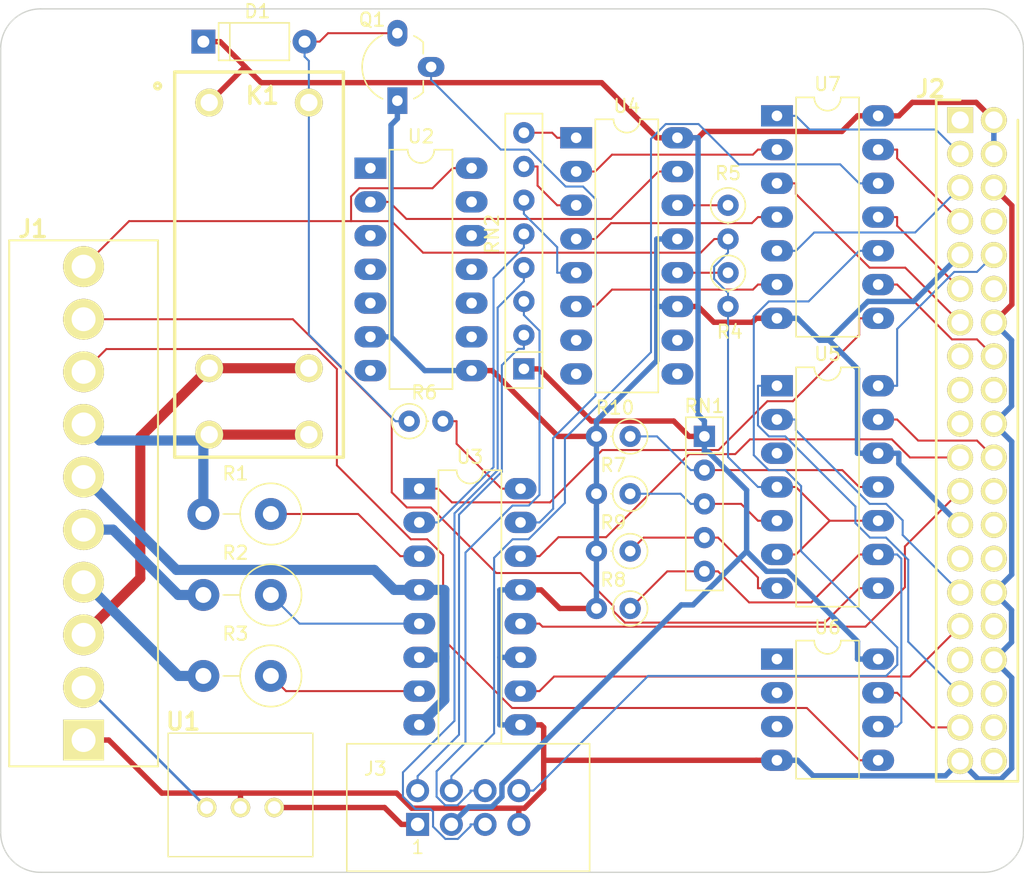
<source format=kicad_pcb>
(kicad_pcb (version 20170123) (host pcbnew "(2017-07-13 revision 0633d90)-master")

  (general
    (thickness 1.6)
    (drawings 8)
    (tracks 455)
    (zones 0)
    (modules 26)
    (nets 74)
  )

  (page A4)
  (layers
    (0 F.Cu signal)
    (31 B.Cu signal)
    (34 B.Paste user hide)
    (35 F.Paste user hide)
    (36 B.SilkS user hide)
    (37 F.SilkS user)
    (38 B.Mask user hide)
    (39 F.Mask user hide)
    (44 Edge.Cuts user)
    (45 Margin user hide)
    (47 F.CrtYd user)
  )

  (setup
    (last_trace_width 0.1524)
    (user_trace_width 0.2032)
    (user_trace_width 0.4064)
    (user_trace_width 0.762)
    (trace_clearance 0.1524)
    (zone_clearance 0.508)
    (zone_45_only yes)
    (trace_min 0.1524)
    (segment_width 0.2)
    (edge_width 0.1)
    (via_size 0.6858)
    (via_drill 0.3302)
    (via_min_size 0.6858)
    (via_min_drill 0.3302)
    (uvia_size 0.762)
    (uvia_drill 0.508)
    (uvias_allowed no)
    (uvia_min_size 0)
    (uvia_min_drill 0)
    (pcb_text_width 0.3)
    (pcb_text_size 1.5 1.5)
    (mod_edge_width 0.15)
    (mod_text_size 1 1)
    (mod_text_width 0.15)
    (pad_size 1.5 1.5)
    (pad_drill 0.6)
    (pad_to_mask_clearance 0)
    (aux_axis_origin 0 0)
    (grid_origin 30.353 96.647)
    (visible_elements FFFFF77F)
    (pcbplotparams
      (layerselection 0x00030_80000001)
      (usegerberextensions false)
      (excludeedgelayer true)
      (linewidth 0.100000)
      (plotframeref false)
      (viasonmask false)
      (mode 1)
      (useauxorigin false)
      (hpglpennumber 1)
      (hpglpenspeed 20)
      (hpglpendiameter 15)
      (psnegative false)
      (psa4output false)
      (plotreference true)
      (plotvalue true)
      (plotinvisibletext false)
      (padsonsilk false)
      (subtractmaskfromsilk false)
      (outputformat 1)
      (mirror false)
      (drillshape 1)
      (scaleselection 1)
      (outputdirectory ""))
  )

  (net 0 "")
  (net 1 VCC)
  (net 2 "Net-(D1-Pad2)")
  (net 3 GND)
  (net 4 "Net-(J2-Pad1)")
  (net 5 "Net-(J2-Pad3)")
  (net 6 "Net-(J2-Pad5)")
  (net 7 "Net-(J2-Pad7)")
  (net 8 "Net-(J2-Pad8)")
  (net 9 "Net-(J2-Pad10)")
  (net 10 "Net-(J2-Pad11)")
  (net 11 "Net-(J2-Pad12)")
  (net 12 "Net-(J2-Pad13)")
  (net 13 "Net-(J2-Pad15)")
  (net 14 "Net-(J2-Pad16)")
  (net 15 "Net-(J2-Pad17)")
  (net 16 "Net-(J2-Pad18)")
  (net 17 "Net-(J2-Pad19)")
  (net 18 "Net-(J2-Pad21)")
  (net 19 "Net-(J2-Pad23)")
  (net 20 "Net-(J2-Pad24)")
  (net 21 "Net-(J2-Pad26)")
  (net 22 "Net-(J2-Pad27)")
  (net 23 "Net-(J2-Pad28)")
  (net 24 "Net-(J2-Pad31)")
  (net 25 "Net-(J2-Pad32)")
  (net 26 "Net-(J2-Pad33)")
  (net 27 "Net-(J2-Pad36)")
  (net 28 "Net-(J2-Pad37)")
  (net 29 "Net-(J2-Pad38)")
  (net 30 "Net-(J2-Pad40)")
  (net 31 "Net-(R1-Pad1)")
  (net 32 "Net-(R2-Pad1)")
  (net 33 "Net-(R3-Pad1)")
  (net 34 "Net-(R4-Pad1)")
  (net 35 "Net-(R5-Pad1)")
  (net 36 "Net-(R10-Pad1)")
  (net 37 "Net-(U2-Pad2)")
  (net 38 "Net-(U3-Pad1)")
  (net 39 "Net-(U4-Pad2)")
  (net 40 "Net-(U4-Pad4)")
  (net 41 "Net-(U4-Pad6)")
  (net 42 "Net-(U4-Pad8)")
  (net 43 "Net-(R7-Pad1)")
  (net 44 "Net-(RN2-Pad6)")
  (net 45 "Net-(RN2-Pad7)")
  (net 46 "Net-(RN2-Pad8)")
  (net 47 /25V_DC)
  (net 48 /120V_AC)
  (net 49 /Motor_down)
  (net 50 /Motor_up)
  (net 51 /Neutral)
  (net 52 /Light)
  (net 53 /Close_limit)
  (net 54 /Open_limit)
  (net 55 /Wall_console)
  (net 56 "Net-(U5-Pad3)")
  (net 57 "Net-(U4-Pad7)")
  (net 58 "Net-(U4-Pad10)")
  (net 59 "Net-(U4-Pad9)")
  (net 60 "Net-(Q1-Pad2)")
  (net 61 "Net-(R6-Pad2)")
  (net 62 "Net-(R8-Pad1)")
  (net 63 "Net-(R9-Pad1)")
  (net 64 "Net-(RN2-Pad5)")
  (net 65 "Net-(J3-Pad2)")
  (net 66 "Net-(J3-Pad4)")
  (net 67 "Net-(J3-Pad6)")
  (net 68 /5V_OUT)
  (net 69 "Net-(J3-Pad8)")
  (net 70 "Net-(J3-Pad5)")
  (net 71 /lock)
  (net 72 /door)
  (net 73 /light)

  (net_class Default "This is the default net class."
    (clearance 0.1524)
    (trace_width 0.1524)
    (via_dia 0.6858)
    (via_drill 0.3302)
    (uvia_dia 0.762)
    (uvia_drill 0.508)
    (add_net /Close_limit)
    (add_net /Open_limit)
    (add_net /Wall_console)
    (add_net /door)
    (add_net /light)
    (add_net /lock)
    (add_net "Net-(D1-Pad2)")
    (add_net "Net-(J2-Pad1)")
    (add_net "Net-(J2-Pad10)")
    (add_net "Net-(J2-Pad11)")
    (add_net "Net-(J2-Pad12)")
    (add_net "Net-(J2-Pad13)")
    (add_net "Net-(J2-Pad15)")
    (add_net "Net-(J2-Pad16)")
    (add_net "Net-(J2-Pad17)")
    (add_net "Net-(J2-Pad18)")
    (add_net "Net-(J2-Pad19)")
    (add_net "Net-(J2-Pad21)")
    (add_net "Net-(J2-Pad23)")
    (add_net "Net-(J2-Pad24)")
    (add_net "Net-(J2-Pad26)")
    (add_net "Net-(J2-Pad27)")
    (add_net "Net-(J2-Pad28)")
    (add_net "Net-(J2-Pad3)")
    (add_net "Net-(J2-Pad31)")
    (add_net "Net-(J2-Pad32)")
    (add_net "Net-(J2-Pad33)")
    (add_net "Net-(J2-Pad36)")
    (add_net "Net-(J2-Pad37)")
    (add_net "Net-(J2-Pad38)")
    (add_net "Net-(J2-Pad40)")
    (add_net "Net-(J2-Pad5)")
    (add_net "Net-(J2-Pad7)")
    (add_net "Net-(J2-Pad8)")
    (add_net "Net-(J3-Pad2)")
    (add_net "Net-(J3-Pad4)")
    (add_net "Net-(J3-Pad5)")
    (add_net "Net-(J3-Pad6)")
    (add_net "Net-(J3-Pad8)")
    (add_net "Net-(Q1-Pad2)")
    (add_net "Net-(R1-Pad1)")
    (add_net "Net-(R10-Pad1)")
    (add_net "Net-(R2-Pad1)")
    (add_net "Net-(R3-Pad1)")
    (add_net "Net-(R4-Pad1)")
    (add_net "Net-(R5-Pad1)")
    (add_net "Net-(R6-Pad2)")
    (add_net "Net-(R7-Pad1)")
    (add_net "Net-(R8-Pad1)")
    (add_net "Net-(R9-Pad1)")
    (add_net "Net-(RN2-Pad5)")
    (add_net "Net-(RN2-Pad6)")
    (add_net "Net-(RN2-Pad7)")
    (add_net "Net-(RN2-Pad8)")
    (add_net "Net-(U2-Pad2)")
    (add_net "Net-(U3-Pad1)")
    (add_net "Net-(U4-Pad10)")
    (add_net "Net-(U4-Pad2)")
    (add_net "Net-(U4-Pad4)")
    (add_net "Net-(U4-Pad6)")
    (add_net "Net-(U4-Pad7)")
    (add_net "Net-(U4-Pad8)")
    (add_net "Net-(U4-Pad9)")
    (add_net "Net-(U5-Pad3)")
  )

  (net_class 120V_AC ""
    (clearance 0.3048)
    (trace_width 0.762)
    (via_dia 0.6858)
    (via_drill 0.3302)
    (uvia_dia 0.762)
    (uvia_drill 0.508)
    (add_net /120V_AC)
    (add_net /Light)
    (add_net /Motor_down)
    (add_net /Motor_up)
    (add_net /Neutral)
  )

  (net_class 25V ""
    (clearance 0.1524)
    (trace_width 0.2032)
    (via_dia 0.6858)
    (via_drill 0.3302)
    (uvia_dia 0.762)
    (uvia_drill 0.508)
    (add_net /25V_DC)
  )

  (net_class 5V ""
    (clearance 0.1524)
    (trace_width 0.4064)
    (via_dia 0.6858)
    (via_drill 0.3302)
    (uvia_dia 0.762)
    (uvia_drill 0.508)
    (add_net /5V_OUT)
    (add_net GND)
    (add_net VCC)
  )

  (module Diodes_THT:D_A-405_P7.62mm_Horizontal (layer F.Cu) (tedit 596BD1A8) (tstamp 5962C837)
    (at 48.26 37.465)
    (descr "D, A-405 series, Axial, Horizontal, pin pitch=7.62mm, , length*diameter=5.2*2.7mm^2, , http://www.diodes.com/_files/packages/A-405.pdf")
    (tags "D A-405 series Axial Horizontal pin pitch 7.62mm  length 5.2mm diameter 2.7mm")
    (path /595ABF13)
    (fp_text reference D1 (at 4.064 -2.286 180) (layer F.SilkS)
      (effects (font (size 1 1) (thickness 0.15)))
    )
    (fp_text value 1N4007 (at 3.81 -0.127) (layer F.Fab)
      (effects (font (size 1 1) (thickness 0.15)))
    )
    (fp_text user %R (at 3.81 0) (layer F.Fab)
      (effects (font (size 1 1) (thickness 0.15)))
    )
    (fp_line (start 1.21 -1.35) (end 1.21 1.35) (layer F.Fab) (width 0.1))
    (fp_line (start 1.21 1.35) (end 6.41 1.35) (layer F.Fab) (width 0.1))
    (fp_line (start 6.41 1.35) (end 6.41 -1.35) (layer F.Fab) (width 0.1))
    (fp_line (start 6.41 -1.35) (end 1.21 -1.35) (layer F.Fab) (width 0.1))
    (fp_line (start 0 0) (end 1.21 0) (layer F.Fab) (width 0.1))
    (fp_line (start 7.62 0) (end 6.41 0) (layer F.Fab) (width 0.1))
    (fp_line (start 1.99 -1.35) (end 1.99 1.35) (layer F.Fab) (width 0.1))
    (fp_line (start 1.15 -1.41) (end 1.15 1.41) (layer F.SilkS) (width 0.12))
    (fp_line (start 1.15 1.41) (end 6.47 1.41) (layer F.SilkS) (width 0.12))
    (fp_line (start 6.47 1.41) (end 6.47 -1.41) (layer F.SilkS) (width 0.12))
    (fp_line (start 6.47 -1.41) (end 1.15 -1.41) (layer F.SilkS) (width 0.12))
    (fp_line (start 1.08 0) (end 1.15 0) (layer F.SilkS) (width 0.12))
    (fp_line (start 6.54 0) (end 6.47 0) (layer F.SilkS) (width 0.12))
    (fp_line (start 1.99 -1.41) (end 1.99 1.41) (layer F.SilkS) (width 0.12))
    (fp_line (start -1.15 -1.7) (end -1.15 1.7) (layer F.CrtYd) (width 0.05))
    (fp_line (start -1.15 1.7) (end 8.8 1.7) (layer F.CrtYd) (width 0.05))
    (fp_line (start 8.8 1.7) (end 8.8 -1.7) (layer F.CrtYd) (width 0.05))
    (fp_line (start 8.8 -1.7) (end -1.15 -1.7) (layer F.CrtYd) (width 0.05))
    (pad 1 thru_hole rect (at 0 0) (size 1.8 1.8) (drill 0.9) (layers *.Cu *.Mask)
      (net 1 VCC))
    (pad 2 thru_hole oval (at 7.62 0) (size 1.8 1.8) (drill 0.9) (layers *.Cu *.Mask)
      (net 2 "Net-(D1-Pad2)"))
    (model ${KISYS3DMOD}/Diodes_THT.3dshapes/D_A-405_P7.62mm_Horizontal.wrl
      (at (xyz 0 0 0))
      (scale (xyz 0.393701 0.393701 0.393701))
      (rotate (xyz 0 0 0))
    )
  )

  (module Housings_DIP:DIP-14_W7.62mm_LongPads (layer F.Cu) (tedit 596519D9) (tstamp 5963522B)
    (at 60.833 46.99)
    (descr "14-lead dip package, row spacing 7.62 mm (300 mils), LongPads")
    (tags "DIL DIP PDIP 2.54mm 7.62mm 300mil LongPads")
    (path /595C2777)
    (fp_text reference U2 (at 3.81 -2.39) (layer F.SilkS)
      (effects (font (size 1 1) (thickness 0.15)))
    )
    (fp_text value HE751A0510 (at 3.937 8.001 90) (layer F.Fab)
      (effects (font (size 1 1) (thickness 0.15)))
    )
    (fp_text user %R (at 3.81 7.62) (layer F.Fab)
      (effects (font (size 1 1) (thickness 0.15)))
    )
    (fp_line (start 1.635 -1.27) (end 6.985 -1.27) (layer F.Fab) (width 0.1))
    (fp_line (start 6.985 -1.27) (end 6.985 16.51) (layer F.Fab) (width 0.1))
    (fp_line (start 6.985 16.51) (end 0.635 16.51) (layer F.Fab) (width 0.1))
    (fp_line (start 0.635 16.51) (end 0.635 -0.27) (layer F.Fab) (width 0.1))
    (fp_line (start 0.635 -0.27) (end 1.635 -1.27) (layer F.Fab) (width 0.1))
    (fp_line (start 2.81 -1.39) (end 1.44 -1.39) (layer F.SilkS) (width 0.12))
    (fp_line (start 1.44 -1.39) (end 1.44 16.63) (layer F.SilkS) (width 0.12))
    (fp_line (start 1.44 16.63) (end 6.18 16.63) (layer F.SilkS) (width 0.12))
    (fp_line (start 6.18 16.63) (end 6.18 -1.39) (layer F.SilkS) (width 0.12))
    (fp_line (start 6.18 -1.39) (end 4.81 -1.39) (layer F.SilkS) (width 0.12))
    (fp_line (start -1.5 -1.6) (end -1.5 16.8) (layer F.CrtYd) (width 0.05))
    (fp_line (start -1.5 16.8) (end 9.1 16.8) (layer F.CrtYd) (width 0.05))
    (fp_line (start 9.1 16.8) (end 9.1 -1.6) (layer F.CrtYd) (width 0.05))
    (fp_line (start 9.1 -1.6) (end -1.5 -1.6) (layer F.CrtYd) (width 0.05))
    (fp_arc (start 3.81 -1.39) (end 2.81 -1.39) (angle -180) (layer F.SilkS) (width 0.12))
    (pad 1 thru_hole rect (at 0 0) (size 2.4 1.6) (drill 0.8) (layers *.Cu *.Mask))
    (pad 8 thru_hole oval (at 7.62 15.24) (size 2.4 1.6) (drill 0.8) (layers *.Cu *.Mask)
      (net 3 GND))
    (pad 2 thru_hole oval (at 0 2.54) (size 2.4 1.6) (drill 0.8) (layers *.Cu *.Mask)
      (net 37 "Net-(U2-Pad2)"))
    (pad 9 thru_hole oval (at 7.62 12.7) (size 2.4 1.6) (drill 0.8) (layers *.Cu *.Mask))
    (pad 3 thru_hole oval (at 0 5.08) (size 2.4 1.6) (drill 0.8) (layers *.Cu *.Mask))
    (pad 10 thru_hole oval (at 7.62 10.16) (size 2.4 1.6) (drill 0.8) (layers *.Cu *.Mask))
    (pad 4 thru_hole oval (at 0 7.62) (size 2.4 1.6) (drill 0.8) (layers *.Cu *.Mask))
    (pad 11 thru_hole oval (at 7.62 7.62) (size 2.4 1.6) (drill 0.8) (layers *.Cu *.Mask))
    (pad 5 thru_hole oval (at 0 10.16) (size 2.4 1.6) (drill 0.8) (layers *.Cu *.Mask))
    (pad 12 thru_hole oval (at 7.62 5.08) (size 2.4 1.6) (drill 0.8) (layers *.Cu *.Mask))
    (pad 6 thru_hole oval (at 0 12.7) (size 2.4 1.6) (drill 0.8) (layers *.Cu *.Mask)
      (net 3 GND))
    (pad 13 thru_hole oval (at 7.62 2.54) (size 2.4 1.6) (drill 0.8) (layers *.Cu *.Mask))
    (pad 7 thru_hole oval (at 0 15.24) (size 2.4 1.6) (drill 0.8) (layers *.Cu *.Mask))
    (pad 14 thru_hole oval (at 7.62 0) (size 2.4 1.6) (drill 0.8) (layers *.Cu *.Mask)
      (net 55 /Wall_console))
    (model ${KISYS3DMOD}/Housings_DIP.3dshapes/DIP-14_W7.62mm_LongPads.wrl
      (at (xyz 0 0 0))
      (scale (xyz 1 1 1))
      (rotate (xyz 0 0 0))
    )
  )

  (module Housings_DIP:DIP-14_W7.62mm_LongPads (layer F.Cu) (tedit 59651AA2) (tstamp 59640ED4)
    (at 91.44 63.373)
    (descr "14-lead dip package, row spacing 7.62 mm (300 mils), LongPads")
    (tags "DIL DIP PDIP 2.54mm 7.62mm 300mil LongPads")
    (path /595A669F)
    (fp_text reference U5 (at 3.81 -2.39) (layer F.SilkS)
      (effects (font (size 1 1) (thickness 0.15)))
    )
    (fp_text value LM339 (at 3.937 7.493 90) (layer F.Fab)
      (effects (font (size 1 1) (thickness 0.15)))
    )
    (fp_text user %R (at 3.81 7.62) (layer F.Fab)
      (effects (font (size 1 1) (thickness 0.15)))
    )
    (fp_line (start 1.635 -1.27) (end 6.985 -1.27) (layer F.Fab) (width 0.1))
    (fp_line (start 6.985 -1.27) (end 6.985 16.51) (layer F.Fab) (width 0.1))
    (fp_line (start 6.985 16.51) (end 0.635 16.51) (layer F.Fab) (width 0.1))
    (fp_line (start 0.635 16.51) (end 0.635 -0.27) (layer F.Fab) (width 0.1))
    (fp_line (start 0.635 -0.27) (end 1.635 -1.27) (layer F.Fab) (width 0.1))
    (fp_line (start 2.81 -1.39) (end 1.44 -1.39) (layer F.SilkS) (width 0.12))
    (fp_line (start 1.44 -1.39) (end 1.44 16.63) (layer F.SilkS) (width 0.12))
    (fp_line (start 1.44 16.63) (end 6.18 16.63) (layer F.SilkS) (width 0.12))
    (fp_line (start 6.18 16.63) (end 6.18 -1.39) (layer F.SilkS) (width 0.12))
    (fp_line (start 6.18 -1.39) (end 4.81 -1.39) (layer F.SilkS) (width 0.12))
    (fp_line (start -1.5 -1.6) (end -1.5 16.8) (layer F.CrtYd) (width 0.05))
    (fp_line (start -1.5 16.8) (end 9.1 16.8) (layer F.CrtYd) (width 0.05))
    (fp_line (start 9.1 16.8) (end 9.1 -1.6) (layer F.CrtYd) (width 0.05))
    (fp_line (start 9.1 -1.6) (end -1.5 -1.6) (layer F.CrtYd) (width 0.05))
    (fp_arc (start 3.81 -1.39) (end 2.81 -1.39) (angle -180) (layer F.SilkS) (width 0.12))
    (pad 1 thru_hole rect (at 0 0) (size 2.4 1.6) (drill 0.8) (layers *.Cu *.Mask)
      (net 72 /door))
    (pad 8 thru_hole oval (at 7.62 15.24) (size 2.4 1.6) (drill 0.8) (layers *.Cu *.Mask)
      (net 54 /Open_limit))
    (pad 2 thru_hole oval (at 0 2.54) (size 2.4 1.6) (drill 0.8) (layers *.Cu *.Mask)
      (net 71 /lock))
    (pad 9 thru_hole oval (at 7.62 12.7) (size 2.4 1.6) (drill 0.8) (layers *.Cu *.Mask)
      (net 62 "Net-(R8-Pad1)"))
    (pad 3 thru_hole oval (at 0 5.08) (size 2.4 1.6) (drill 0.8) (layers *.Cu *.Mask)
      (net 56 "Net-(U5-Pad3)"))
    (pad 10 thru_hole oval (at 7.62 10.16) (size 2.4 1.6) (drill 0.8) (layers *.Cu *.Mask)
      (net 55 /Wall_console))
    (pad 4 thru_hole oval (at 0 7.62) (size 2.4 1.6) (drill 0.8) (layers *.Cu *.Mask)
      (net 55 /Wall_console))
    (pad 11 thru_hole oval (at 7.62 7.62) (size 2.4 1.6) (drill 0.8) (layers *.Cu *.Mask)
      (net 36 "Net-(R10-Pad1)"))
    (pad 5 thru_hole oval (at 0 10.16) (size 2.4 1.6) (drill 0.8) (layers *.Cu *.Mask)
      (net 43 "Net-(R7-Pad1)"))
    (pad 12 thru_hole oval (at 7.62 5.08) (size 2.4 1.6) (drill 0.8) (layers *.Cu *.Mask)
      (net 3 GND))
    (pad 6 thru_hole oval (at 0 12.7) (size 2.4 1.6) (drill 0.8) (layers *.Cu *.Mask)
      (net 55 /Wall_console))
    (pad 13 thru_hole oval (at 7.62 2.54) (size 2.4 1.6) (drill 0.8) (layers *.Cu *.Mask)
      (net 73 /light))
    (pad 7 thru_hole oval (at 0 15.24) (size 2.4 1.6) (drill 0.8) (layers *.Cu *.Mask)
      (net 63 "Net-(R9-Pad1)"))
    (pad 14 thru_hole oval (at 7.62 0) (size 2.4 1.6) (drill 0.8) (layers *.Cu *.Mask)
      (net 9 "Net-(J2-Pad10)"))
    (model ${KISYS3DMOD}/Housings_DIP.3dshapes/DIP-14_W7.62mm_LongPads.wrl
      (at (xyz 0 0 0))
      (scale (xyz 1 1 1))
      (rotate (xyz 0 0 0))
    )
  )

  (module Resistors_THT:R_Axial_DIN0207_L6.3mm_D2.5mm_P2.54mm_Vertical (layer F.Cu) (tedit 5974D66F) (tstamp 5967170F)
    (at 87.757 54.864 270)
    (descr "Resistor, Axial_DIN0207 series, Axial, Vertical, pin pitch=2.54mm, 0.25W = 1/4W, length*diameter=6.3*2.5mm^2, http://cdn-reichelt.de/documents/datenblatt/B400/1_4W%23YAG.pdf")
    (tags "Resistor Axial_DIN0207 series Axial Vertical pin pitch 2.54mm 0.25W = 1/4W length 6.3mm diameter 2.5mm")
    (path /595EB390)
    (fp_text reference R4 (at 4.445 -0.127) (layer F.SilkS)
      (effects (font (size 1 1) (thickness 0.15)))
    )
    (fp_text value 47 (at 1.27 2.31 270) (layer F.Fab)
      (effects (font (size 1 1) (thickness 0.15)))
    )
    (fp_circle (center 0 0) (end 1.25 0) (layer F.Fab) (width 0.1))
    (fp_circle (center 0 0) (end 1.31 0) (layer F.SilkS) (width 0.12))
    (fp_line (start 0 0) (end 2.54 0) (layer F.Fab) (width 0.1))
    (fp_line (start 1.31 0) (end 1.44 0) (layer F.SilkS) (width 0.12))
    (fp_line (start -1.6 -1.6) (end -1.6 1.6) (layer F.CrtYd) (width 0.05))
    (fp_line (start -1.6 1.6) (end 3.65 1.6) (layer F.CrtYd) (width 0.05))
    (fp_line (start 3.65 1.6) (end 3.65 -1.6) (layer F.CrtYd) (width 0.05))
    (fp_line (start 3.65 -1.6) (end -1.6 -1.6) (layer F.CrtYd) (width 0.05))
    (pad 1 thru_hole circle (at 0 0 270) (size 1.6 1.6) (drill 0.8) (layers *.Cu *.Mask)
      (net 34 "Net-(R4-Pad1)"))
    (pad 2 thru_hole oval (at 2.54 0 270) (size 1.6 1.6) (drill 0.8) (layers *.Cu *.Mask)
      (net 55 /Wall_console))
    (model Resistors_THT.3dshapes/R_Axial_DIN0207_L6.3mm_D2.5mm_P2.54mm_Vertical.wrl
      (at (xyz 0 0 0))
      (scale (xyz 0.393701 0.393701 0.393701))
      (rotate (xyz 0 0 0))
    )
  )

  (module Resistors_THT:R_Axial_DIN0207_L6.3mm_D2.5mm_P2.54mm_Vertical (layer F.Cu) (tedit 5974D664) (tstamp 5967171D)
    (at 87.757 49.784 270)
    (descr "Resistor, Axial_DIN0207 series, Axial, Vertical, pin pitch=2.54mm, 0.25W = 1/4W, length*diameter=6.3*2.5mm^2, http://cdn-reichelt.de/documents/datenblatt/B400/1_4W%23YAG.pdf")
    (tags "Resistor Axial_DIN0207 series Axial Vertical pin pitch 2.54mm 0.25W = 1/4W length 6.3mm diameter 2.5mm")
    (path /595EB391)
    (fp_text reference R5 (at -2.413 0) (layer F.SilkS)
      (effects (font (size 1 1) (thickness 0.15)))
    )
    (fp_text value 220 (at 1.27 2.31 270) (layer F.Fab)
      (effects (font (size 1 1) (thickness 0.15)))
    )
    (fp_circle (center 0 0) (end 1.25 0) (layer F.Fab) (width 0.1))
    (fp_circle (center 0 0) (end 1.31 0) (layer F.SilkS) (width 0.12))
    (fp_line (start 0 0) (end 2.54 0) (layer F.Fab) (width 0.1))
    (fp_line (start 1.31 0) (end 1.44 0) (layer F.SilkS) (width 0.12))
    (fp_line (start -1.6 -1.6) (end -1.6 1.6) (layer F.CrtYd) (width 0.05))
    (fp_line (start -1.6 1.6) (end 3.65 1.6) (layer F.CrtYd) (width 0.05))
    (fp_line (start 3.65 1.6) (end 3.65 -1.6) (layer F.CrtYd) (width 0.05))
    (fp_line (start 3.65 -1.6) (end -1.6 -1.6) (layer F.CrtYd) (width 0.05))
    (pad 1 thru_hole circle (at 0 0 270) (size 1.6 1.6) (drill 0.8) (layers *.Cu *.Mask)
      (net 35 "Net-(R5-Pad1)"))
    (pad 2 thru_hole oval (at 2.54 0 270) (size 1.6 1.6) (drill 0.8) (layers *.Cu *.Mask)
      (net 55 /Wall_console))
    (model Resistors_THT.3dshapes/R_Axial_DIN0207_L6.3mm_D2.5mm_P2.54mm_Vertical.wrl
      (at (xyz 0 0 0))
      (scale (xyz 0.393701 0.393701 0.393701))
      (rotate (xyz 0 0 0))
    )
  )

  (module Resistors_THT:R_Axial_DIN0207_L6.3mm_D2.5mm_P2.54mm_Vertical (layer F.Cu) (tedit 5973EB9F) (tstamp 596719A3)
    (at 80.391 71.501 180)
    (descr "Resistor, Axial_DIN0207 series, Axial, Vertical, pin pitch=2.54mm, 0.25W = 1/4W, length*diameter=6.3*2.5mm^2, http://cdn-reichelt.de/documents/datenblatt/B400/1_4W%23YAG.pdf")
    (tags "Resistor Axial_DIN0207 series Axial Vertical pin pitch 2.54mm 0.25W = 1/4W length 6.3mm diameter 2.5mm")
    (path /595EB389)
    (fp_text reference R7 (at 1.27 2.159 180) (layer F.SilkS)
      (effects (font (size 1 1) (thickness 0.15)))
    )
    (fp_text value 18k (at 1.27 2.31 180) (layer F.Fab)
      (effects (font (size 1 1) (thickness 0.15)))
    )
    (fp_circle (center 0 0) (end 1.25 0) (layer F.Fab) (width 0.1))
    (fp_circle (center 0 0) (end 1.31 0) (layer F.SilkS) (width 0.12))
    (fp_line (start 0 0) (end 2.54 0) (layer F.Fab) (width 0.1))
    (fp_line (start 1.31 0) (end 1.44 0) (layer F.SilkS) (width 0.12))
    (fp_line (start -1.6 -1.6) (end -1.6 1.6) (layer F.CrtYd) (width 0.05))
    (fp_line (start -1.6 1.6) (end 3.65 1.6) (layer F.CrtYd) (width 0.05))
    (fp_line (start 3.65 1.6) (end 3.65 -1.6) (layer F.CrtYd) (width 0.05))
    (fp_line (start 3.65 -1.6) (end -1.6 -1.6) (layer F.CrtYd) (width 0.05))
    (pad 1 thru_hole circle (at 0 0 180) (size 1.6 1.6) (drill 0.8) (layers *.Cu *.Mask)
      (net 43 "Net-(R7-Pad1)"))
    (pad 2 thru_hole oval (at 2.54 0 180) (size 1.6 1.6) (drill 0.8) (layers *.Cu *.Mask)
      (net 3 GND))
    (model Resistors_THT.3dshapes/R_Axial_DIN0207_L6.3mm_D2.5mm_P2.54mm_Vertical.wrl
      (at (xyz 0 0 0))
      (scale (xyz 0.393701 0.393701 0.393701))
      (rotate (xyz 0 0 0))
    )
  )

  (module my-modules:OKI-78SR (layer F.Cu) (tedit 597DEF24) (tstamp 597287D9)
    (at 48.514 95.123)
    (descr OKI-78SR)
    (tags "Undefined or Miscellaneous")
    (path /59598F3E)
    (fp_text reference U1 (at -1.778 -6.477 -180) (layer F.SilkS)
      (effects (font (size 1.27 1.27) (thickness 0.254)))
    )
    (fp_text value OKI-78SR-5_1.5-W36-C (at 7.71296 0.0541) (layer F.SilkS) hide
      (effects (font (size 1.27 1.27) (thickness 0.254)))
    )
    (fp_line (start -2.91 -5.6) (end 7.99 -5.6) (layer Dwgs.User) (width 0.10008))
    (fp_line (start 7.99 -5.6) (end 7.99 3.7) (layer Dwgs.User) (width 0.10008))
    (fp_line (start 7.99 3.7) (end -2.91 3.7) (layer Dwgs.User) (width 0.10008))
    (fp_line (start -2.91 3.7) (end -2.91 -5.6) (layer Dwgs.User) (width 0.10008))
    (fp_line (start -2.91 -5.6) (end 7.99 -5.6) (layer F.SilkS) (width 0.10008))
    (fp_line (start 7.99 -5.6) (end 7.99 3.7) (layer F.SilkS) (width 0.10008))
    (fp_line (start 7.99 3.7) (end -2.91 3.7) (layer F.SilkS) (width 0.10008))
    (fp_line (start -2.91 3.7) (end -2.91 -5.6) (layer F.SilkS) (width 0.10008))
    (pad 1 thru_hole circle (at 0 0 90) (size 1.45999 1.45999) (drill 0.95987) (layers *.Cu *.Mask F.SilkS)
      (net 47 /25V_DC))
    (pad 2 thru_hole circle (at 2.54 0 90) (size 1.45999 1.45999) (drill 0.95987) (layers *.Cu *.Mask F.SilkS)
      (net 3 GND))
    (pad 3 thru_hole circle (at 5.08 0 90) (size 1.45999 1.45999) (drill 0.95987) (layers *.Cu *.Mask F.SilkS)
      (net 68 /5V_OUT))
    (model "/Users/sveit/Dropbox/Library/Application Support/kicad/packages3d/Converters.3dshapes/mps_dcdc_oki_78sr_a.igs"
      (at (xyz -0.1169291338582677 0.1055118110236221 0.07874015748031496))
      (scale (xyz 1 1 1))
      (rotate (xyz -90 0 0))
    )
  )

  (module Resistors_THT:R_Array_SIP5 (layer F.Cu) (tedit 596D0198) (tstamp 597C74C1)
    (at 85.979 67.183 270)
    (descr "5-pin Resistor SIP pack")
    (tags R)
    (path /5962D9F4)
    (fp_text reference RN1 (at -2.286 0) (layer F.SilkS)
      (effects (font (size 1 1) (thickness 0.15)))
    )
    (fp_text value 47k (at 6.35 2.4 270) (layer F.Fab)
      (effects (font (size 1 1) (thickness 0.15)))
    )
    (fp_line (start 11.9 -1.65) (end -1.7 -1.65) (layer F.CrtYd) (width 0.05))
    (fp_line (start 11.9 1.65) (end 11.9 -1.65) (layer F.CrtYd) (width 0.05))
    (fp_line (start -1.7 1.65) (end 11.9 1.65) (layer F.CrtYd) (width 0.05))
    (fp_line (start -1.7 -1.65) (end -1.7 1.65) (layer F.CrtYd) (width 0.05))
    (fp_line (start 1.27 -1.4) (end 1.27 1.4) (layer F.SilkS) (width 0.12))
    (fp_line (start 11.6 -1.4) (end -1.44 -1.4) (layer F.SilkS) (width 0.12))
    (fp_line (start 11.6 1.4) (end 11.6 -1.4) (layer F.SilkS) (width 0.12))
    (fp_line (start -1.44 1.4) (end 11.6 1.4) (layer F.SilkS) (width 0.12))
    (fp_line (start -1.44 -1.4) (end -1.44 1.4) (layer F.SilkS) (width 0.12))
    (fp_line (start 1.27 -1.25) (end 1.27 1.25) (layer F.Fab) (width 0.1))
    (fp_line (start 11.45 -1.25) (end -1.29 -1.25) (layer F.Fab) (width 0.1))
    (fp_line (start 11.45 1.25) (end 11.45 -1.25) (layer F.Fab) (width 0.1))
    (fp_line (start -1.29 1.25) (end 11.45 1.25) (layer F.Fab) (width 0.1))
    (fp_line (start -1.29 -1.25) (end -1.29 1.25) (layer F.Fab) (width 0.1))
    (pad 5 thru_hole oval (at 10.16 0 270) (size 1.6 1.6) (drill 0.8) (layers *.Cu *.Mask)
      (net 62 "Net-(R8-Pad1)"))
    (pad 4 thru_hole oval (at 7.62 0 270) (size 1.6 1.6) (drill 0.8) (layers *.Cu *.Mask)
      (net 63 "Net-(R9-Pad1)"))
    (pad 3 thru_hole oval (at 5.08 0 270) (size 1.6 1.6) (drill 0.8) (layers *.Cu *.Mask)
      (net 43 "Net-(R7-Pad1)"))
    (pad 2 thru_hole oval (at 2.54 0 270) (size 1.6 1.6) (drill 0.8) (layers *.Cu *.Mask)
      (net 36 "Net-(R10-Pad1)"))
    (pad 1 thru_hole rect (at 0 0 270) (size 1.6 1.6) (drill 0.8) (layers *.Cu *.Mask)
      (net 1 VCC))
    (model Resistors_THT.3dshapes/R_Array_SIP5.wrl
      (at (xyz 0 0 0))
      (scale (xyz 0.39 0.39 0.39))
      (rotate (xyz 0 0 0))
    )
  )

  (module my-modules:SHDR10W183P0X396_1X10_3962X762X1105P (layer F.Cu) (tedit 5974D7BC) (tstamp 596E72E4)
    (at 39.243 90.043 90)
    (descr 640445-8)
    (tags Connector)
    (path /59611BCA)
    (fp_text reference J1 (at 38.481 -3.81 180) (layer F.SilkS)
      (effects (font (size 1.27 1.27) (thickness 0.254)))
    )
    (fp_text value 1-640445-0 (at 0 0 90) (layer F.SilkS) hide
      (effects (font (size 1.27 1.27) (thickness 0.254)))
    )
    (fp_line (start -2.29 5.91) (end -2.29 -5.91) (layer Dwgs.User) (width 0.05))
    (fp_line (start -2.29 -5.91) (end 37.93 -5.91) (layer Dwgs.User) (width 0.05))
    (fp_line (start 37.93 -5.91) (end 37.93 5.91) (layer Dwgs.User) (width 0.05))
    (fp_line (start 37.93 5.91) (end -2.29 5.91) (layer Dwgs.User) (width 0.05))
    (fp_line (start 37.62 -5.6) (end -1.98 -5.6) (layer F.SilkS) (width 0.15))
    (fp_line (start 37.62 5.6) (end -1.98 5.6) (layer F.SilkS) (width 0.15))
    (fp_line (start -1.98 5.6) (end -1.98 -5.6) (layer F.SilkS) (width 0.15))
    (fp_line (start 37.62 -5.6) (end 37.62 5.6) (layer F.SilkS) (width 0.15))
    (pad 1 thru_hole rect (at 0 0 90) (size 3.075 3.075) (drill 1.8) (layers *.Cu *.Mask F.SilkS)
      (net 3 GND))
    (pad 2 thru_hole circle (at 3.96 0 180) (size 3.075 3.075) (drill 1.8) (layers *.Cu *.Mask F.SilkS)
      (net 47 /25V_DC))
    (pad 3 thru_hole circle (at 7.92 0 180) (size 3.075 3.075) (drill 1.8) (layers *.Cu *.Mask F.SilkS)
      (net 48 /120V_AC))
    (pad 4 thru_hole circle (at 11.88 0 180) (size 3.075 3.075) (drill 1.8) (layers *.Cu *.Mask F.SilkS)
      (net 49 /Motor_down))
    (pad 5 thru_hole circle (at 15.84 0 180) (size 3.075 3.075) (drill 1.8) (layers *.Cu *.Mask F.SilkS)
      (net 50 /Motor_up))
    (pad 6 thru_hole circle (at 19.8 0 180) (size 3.075 3.075) (drill 1.8) (layers *.Cu *.Mask F.SilkS)
      (net 51 /Neutral))
    (pad 7 thru_hole circle (at 23.76 0 180) (size 3.075 3.075) (drill 1.8) (layers *.Cu *.Mask F.SilkS)
      (net 52 /Light))
    (pad 8 thru_hole circle (at 27.72 0 180) (size 3.075 3.075) (drill 1.8) (layers *.Cu *.Mask F.SilkS)
      (net 53 /Close_limit))
    (pad 9 thru_hole circle (at 31.68 0 180) (size 3.075 3.075) (drill 1.8) (layers *.Cu *.Mask F.SilkS)
      (net 54 /Open_limit))
    (pad 10 thru_hole circle (at 35.64 0 180) (size 3.075 3.075) (drill 1.8) (layers *.Cu *.Mask F.SilkS)
      (net 55 /Wall_console))
    (model "/Users/sveit/Dropbox/Library/Application Support/kicad/packages3d/Headers.3dshapes/009652108.iges"
      (at (xyz 1.872047244094488 -0.1822834645669291 0))
      (scale (xyz 1 1 1))
      (rotate (xyz -90 0 180))
    )
  )

  (module my-modules:G5RL-1A-E-HR (layer F.Cu) (tedit 5974D7CF) (tstamp 596E72F7)
    (at 46.101 39.751 270)
    (descr G5RL-1A-E-HR)
    (tags "Relay or Contactor")
    (path /595915C3)
    (fp_text reference K1 (at 1.778 -6.604) (layer F.SilkS)
      (effects (font (size 1.27 1.27) (thickness 0.254)))
    )
    (fp_text value G5RL-1A-E-HR_5DC (at 13.97 -5.08 270) (layer F.SilkS) hide
      (effects (font (size 1.27 1.27) (thickness 0.254)))
    )
    (fp_line (start 0 -12.7) (end 29 -12.7) (layer Dwgs.User) (width 0.254))
    (fp_line (start 29 -12.7) (end 29 0) (layer Dwgs.User) (width 0.254))
    (fp_line (start 29 0) (end 0 0) (layer Dwgs.User) (width 0.254))
    (fp_line (start 0 0) (end 0 -12.7) (layer Dwgs.User) (width 0.254))
    (fp_line (start 0 -12.7) (end 29 -12.7) (layer F.SilkS) (width 0.254))
    (fp_line (start 29 -12.7) (end 29 0) (layer F.SilkS) (width 0.254))
    (fp_line (start 29 0) (end 0 0) (layer F.SilkS) (width 0.254))
    (fp_line (start 0 0) (end 0 -12.7) (layer F.SilkS) (width 0.254))
    (fp_circle (center 1.049335 1.28333) (end 0.83 1.28333) (layer F.SilkS) (width 0.254))
    (pad 1 thru_hole circle (at 2.3 -2.6) (size 2.1 2.1) (drill 1.3) (layers *.Cu *.Mask F.SilkS)
      (net 1 VCC))
    (pad 3 thru_hole circle (at 22.3 -2.6) (size 2.1 2.1) (drill 1.3) (layers *.Cu *.Mask F.SilkS)
      (net 48 /120V_AC))
    (pad 4 thru_hole circle (at 27.3 -2.6) (size 2.1 2.1) (drill 1.3) (layers *.Cu *.Mask F.SilkS)
      (net 52 /Light))
    (pad 5 thru_hole circle (at 27.3 -10.1) (size 2.1 2.1) (drill 1.3) (layers *.Cu *.Mask F.SilkS)
      (net 52 /Light))
    (pad 6 thru_hole circle (at 22.3 -10.1) (size 2.1 2.1) (drill 1.3) (layers *.Cu *.Mask F.SilkS)
      (net 48 /120V_AC))
    (pad 8 thru_hole circle (at 2.3 -10.1) (size 2.1 2.1) (drill 1.3) (layers *.Cu *.Mask F.SilkS)
      (net 2 "Net-(D1-Pad2)"))
    (model "/Users/sveit/Dropbox/Library/Application Support/kicad/packages3d/Relays.3dshapes/G5RL_1A_E_LN.igs"
      (at (xyz 0.0905511811023622 0.1019685039370079 0))
      (scale (xyz 1 1 1))
      (rotate (xyz -90 0 0))
    )
  )

  (module Resistors_THT:R_Axial_DIN0414_L11.9mm_D4.5mm_P5.08mm_Vertical (layer F.Cu) (tedit 5974D640) (tstamp 596E7305)
    (at 53.34 73.025 180)
    (descr "Resistor, Axial_DIN0414 series, Axial, Vertical, pin pitch=5.08mm, 2W, length*diameter=11.9*4.5mm^2, http://www.vishay.com/docs/20128/wkxwrx.pdf")
    (tags "Resistor Axial_DIN0414 series Axial Vertical pin pitch 5.08mm 2W length 11.9mm diameter 4.5mm")
    (path /595EB38F)
    (fp_text reference R1 (at 2.667 3.048 180) (layer F.SilkS)
      (effects (font (size 1 1) (thickness 0.15)))
    )
    (fp_text value 82k (at 2.54 3.31 180) (layer F.Fab)
      (effects (font (size 1 1) (thickness 0.15)))
    )
    (fp_line (start 6.6 -2.6) (end -2.6 -2.6) (layer F.CrtYd) (width 0.05))
    (fp_line (start 6.6 2.6) (end 6.6 -2.6) (layer F.CrtYd) (width 0.05))
    (fp_line (start -2.6 2.6) (end 6.6 2.6) (layer F.CrtYd) (width 0.05))
    (fp_line (start -2.6 -2.6) (end -2.6 2.6) (layer F.CrtYd) (width 0.05))
    (fp_line (start 2.31 0) (end 3.58 0) (layer F.SilkS) (width 0.12))
    (fp_line (start 0 0) (end 5.08 0) (layer F.Fab) (width 0.1))
    (fp_circle (center 0 0) (end 2.31 0) (layer F.SilkS) (width 0.12))
    (fp_circle (center 0 0) (end 2.25 0) (layer F.Fab) (width 0.1))
    (pad 2 thru_hole oval (at 5.08 0 180) (size 2.4 2.4) (drill 1.2) (layers *.Cu *.Mask)
      (net 52 /Light))
    (pad 1 thru_hole circle (at 0 0 180) (size 2.4 2.4) (drill 1.2) (layers *.Cu *.Mask)
      (net 31 "Net-(R1-Pad1)"))
    (model Resistors_THT.3dshapes/R_Axial_DIN0414_L11.9mm_D4.5mm_P5.08mm_Vertical.wrl
      (at (xyz 0 0 0))
      (scale (xyz 0.393701 0.393701 0.393701))
      (rotate (xyz 0 0 0))
    )
  )

  (module Resistors_THT:R_Axial_DIN0414_L11.9mm_D4.5mm_P5.08mm_Vertical (layer F.Cu) (tedit 5974D647) (tstamp 596E7313)
    (at 53.34 79.121 180)
    (descr "Resistor, Axial_DIN0414 series, Axial, Vertical, pin pitch=5.08mm, 2W, length*diameter=11.9*4.5mm^2, http://www.vishay.com/docs/20128/wkxwrx.pdf")
    (tags "Resistor Axial_DIN0414 series Axial Vertical pin pitch 5.08mm 2W length 11.9mm diameter 4.5mm")
    (path /595EB38E)
    (fp_text reference R2 (at 2.667 3.175 180) (layer F.SilkS)
      (effects (font (size 1 1) (thickness 0.15)))
    )
    (fp_text value 82k (at 2.54 3.31 180) (layer F.Fab)
      (effects (font (size 1 1) (thickness 0.15)))
    )
    (fp_circle (center 0 0) (end 2.25 0) (layer F.Fab) (width 0.1))
    (fp_circle (center 0 0) (end 2.31 0) (layer F.SilkS) (width 0.12))
    (fp_line (start 0 0) (end 5.08 0) (layer F.Fab) (width 0.1))
    (fp_line (start 2.31 0) (end 3.58 0) (layer F.SilkS) (width 0.12))
    (fp_line (start -2.6 -2.6) (end -2.6 2.6) (layer F.CrtYd) (width 0.05))
    (fp_line (start -2.6 2.6) (end 6.6 2.6) (layer F.CrtYd) (width 0.05))
    (fp_line (start 6.6 2.6) (end 6.6 -2.6) (layer F.CrtYd) (width 0.05))
    (fp_line (start 6.6 -2.6) (end -2.6 -2.6) (layer F.CrtYd) (width 0.05))
    (pad 1 thru_hole circle (at 0 0 180) (size 2.4 2.4) (drill 1.2) (layers *.Cu *.Mask)
      (net 32 "Net-(R2-Pad1)"))
    (pad 2 thru_hole oval (at 5.08 0 180) (size 2.4 2.4) (drill 1.2) (layers *.Cu *.Mask)
      (net 50 /Motor_up))
    (model Resistors_THT.3dshapes/R_Axial_DIN0414_L11.9mm_D4.5mm_P5.08mm_Vertical.wrl
      (at (xyz 0 0 0))
      (scale (xyz 0.393701 0.393701 0.393701))
      (rotate (xyz 0 0 0))
    )
  )

  (module Resistors_THT:R_Axial_DIN0414_L11.9mm_D4.5mm_P5.08mm_Vertical (layer F.Cu) (tedit 5974D64C) (tstamp 596E7321)
    (at 53.34 85.217 180)
    (descr "Resistor, Axial_DIN0414 series, Axial, Vertical, pin pitch=5.08mm, 2W, length*diameter=11.9*4.5mm^2, http://www.vishay.com/docs/20128/wkxwrx.pdf")
    (tags "Resistor Axial_DIN0414 series Axial Vertical pin pitch 5.08mm 2W length 11.9mm diameter 4.5mm")
    (path /595EB38D)
    (fp_text reference R3 (at 2.667 3.175 180) (layer F.SilkS)
      (effects (font (size 1 1) (thickness 0.15)))
    )
    (fp_text value 82k (at 2.54 3.31 180) (layer F.Fab)
      (effects (font (size 1 1) (thickness 0.15)))
    )
    (fp_line (start 6.6 -2.6) (end -2.6 -2.6) (layer F.CrtYd) (width 0.05))
    (fp_line (start 6.6 2.6) (end 6.6 -2.6) (layer F.CrtYd) (width 0.05))
    (fp_line (start -2.6 2.6) (end 6.6 2.6) (layer F.CrtYd) (width 0.05))
    (fp_line (start -2.6 -2.6) (end -2.6 2.6) (layer F.CrtYd) (width 0.05))
    (fp_line (start 2.31 0) (end 3.58 0) (layer F.SilkS) (width 0.12))
    (fp_line (start 0 0) (end 5.08 0) (layer F.Fab) (width 0.1))
    (fp_circle (center 0 0) (end 2.31 0) (layer F.SilkS) (width 0.12))
    (fp_circle (center 0 0) (end 2.25 0) (layer F.Fab) (width 0.1))
    (pad 2 thru_hole oval (at 5.08 0 180) (size 2.4 2.4) (drill 1.2) (layers *.Cu *.Mask)
      (net 49 /Motor_down))
    (pad 1 thru_hole circle (at 0 0 180) (size 2.4 2.4) (drill 1.2) (layers *.Cu *.Mask)
      (net 33 "Net-(R3-Pad1)"))
    (model Resistors_THT.3dshapes/R_Axial_DIN0414_L11.9mm_D4.5mm_P5.08mm_Vertical.wrl
      (at (xyz 0 0 0))
      (scale (xyz 0.393701 0.393701 0.393701))
      (rotate (xyz 0 0 0))
    )
  )

  (module Housings_DIP:DIP-16_W7.62mm_LongPads (layer F.Cu) (tedit 58CC8E2D) (tstamp 5980CC9F)
    (at 76.327 44.704)
    (descr "16-lead dip package, row spacing 7.62 mm (300 mils), LongPads")
    (tags "DIL DIP PDIP 2.54mm 7.62mm 300mil LongPads")
    (path /59582031)
    (fp_text reference U4 (at 3.81 -2.39) (layer F.SilkS)
      (effects (font (size 1 1) (thickness 0.15)))
    )
    (fp_text value LTV-847 (at 3.81 20.17) (layer F.Fab)
      (effects (font (size 1 1) (thickness 0.15)))
    )
    (fp_arc (start 3.81 -1.39) (end 2.81 -1.39) (angle -180) (layer F.SilkS) (width 0.12))
    (fp_line (start 9.1 -1.6) (end -1.5 -1.6) (layer F.CrtYd) (width 0.05))
    (fp_line (start 9.1 19.3) (end 9.1 -1.6) (layer F.CrtYd) (width 0.05))
    (fp_line (start -1.5 19.3) (end 9.1 19.3) (layer F.CrtYd) (width 0.05))
    (fp_line (start -1.5 -1.6) (end -1.5 19.3) (layer F.CrtYd) (width 0.05))
    (fp_line (start 6.18 -1.39) (end 4.81 -1.39) (layer F.SilkS) (width 0.12))
    (fp_line (start 6.18 19.17) (end 6.18 -1.39) (layer F.SilkS) (width 0.12))
    (fp_line (start 1.44 19.17) (end 6.18 19.17) (layer F.SilkS) (width 0.12))
    (fp_line (start 1.44 -1.39) (end 1.44 19.17) (layer F.SilkS) (width 0.12))
    (fp_line (start 2.81 -1.39) (end 1.44 -1.39) (layer F.SilkS) (width 0.12))
    (fp_line (start 0.635 -0.27) (end 1.635 -1.27) (layer F.Fab) (width 0.1))
    (fp_line (start 0.635 19.05) (end 0.635 -0.27) (layer F.Fab) (width 0.1))
    (fp_line (start 6.985 19.05) (end 0.635 19.05) (layer F.Fab) (width 0.1))
    (fp_line (start 6.985 -1.27) (end 6.985 19.05) (layer F.Fab) (width 0.1))
    (fp_line (start 1.635 -1.27) (end 6.985 -1.27) (layer F.Fab) (width 0.1))
    (fp_text user %R (at 3.81 8.89) (layer F.Fab)
      (effects (font (size 1 1) (thickness 0.15)))
    )
    (pad 16 thru_hole oval (at 7.62 0) (size 2.4 1.6) (drill 0.8) (layers *.Cu *.Mask)
      (net 1 VCC))
    (pad 8 thru_hole oval (at 0 17.78) (size 2.4 1.6) (drill 0.8) (layers *.Cu *.Mask)
      (net 42 "Net-(U4-Pad8)"))
    (pad 15 thru_hole oval (at 7.62 2.54) (size 2.4 1.6) (drill 0.8) (layers *.Cu *.Mask)
      (net 37 "Net-(U2-Pad2)"))
    (pad 7 thru_hole oval (at 0 15.24) (size 2.4 1.6) (drill 0.8) (layers *.Cu *.Mask)
      (net 57 "Net-(U4-Pad7)"))
    (pad 14 thru_hole oval (at 7.62 5.08) (size 2.4 1.6) (drill 0.8) (layers *.Cu *.Mask)
      (net 35 "Net-(R5-Pad1)"))
    (pad 6 thru_hole oval (at 0 12.7) (size 2.4 1.6) (drill 0.8) (layers *.Cu *.Mask)
      (net 41 "Net-(U4-Pad6)"))
    (pad 13 thru_hole oval (at 7.62 7.62) (size 2.4 1.6) (drill 0.8) (layers *.Cu *.Mask)
      (net 3 GND))
    (pad 5 thru_hole oval (at 0 10.16) (size 2.4 1.6) (drill 0.8) (layers *.Cu *.Mask)
      (net 44 "Net-(RN2-Pad6)"))
    (pad 12 thru_hole oval (at 7.62 10.16) (size 2.4 1.6) (drill 0.8) (layers *.Cu *.Mask)
      (net 34 "Net-(R4-Pad1)"))
    (pad 4 thru_hole oval (at 0 7.62) (size 2.4 1.6) (drill 0.8) (layers *.Cu *.Mask)
      (net 40 "Net-(U4-Pad4)"))
    (pad 11 thru_hole oval (at 7.62 12.7) (size 2.4 1.6) (drill 0.8) (layers *.Cu *.Mask)
      (net 3 GND))
    (pad 3 thru_hole oval (at 0 5.08) (size 2.4 1.6) (drill 0.8) (layers *.Cu *.Mask)
      (net 45 "Net-(RN2-Pad7)"))
    (pad 10 thru_hole oval (at 7.62 15.24) (size 2.4 1.6) (drill 0.8) (layers *.Cu *.Mask)
      (net 58 "Net-(U4-Pad10)"))
    (pad 2 thru_hole oval (at 0 2.54) (size 2.4 1.6) (drill 0.8) (layers *.Cu *.Mask)
      (net 39 "Net-(U4-Pad2)"))
    (pad 9 thru_hole oval (at 7.62 17.78) (size 2.4 1.6) (drill 0.8) (layers *.Cu *.Mask)
      (net 59 "Net-(U4-Pad9)"))
    (pad 1 thru_hole rect (at 0 0) (size 2.4 1.6) (drill 0.8) (layers *.Cu *.Mask)
      (net 46 "Net-(RN2-Pad8)"))
    (model ${KISYS3DMOD}/Housings_DIP.3dshapes/DIP-16_W7.62mm_LongPads.wrl
      (at (xyz 0 0 0))
      (scale (xyz 1 1 1))
      (rotate (xyz 0 0 0))
    )
  )

  (module Housings_DIP:DIP-14_W7.62mm_LongPads (layer F.Cu) (tedit 58CC8E2C) (tstamp 5980D6FC)
    (at 91.44 43.053)
    (descr "14-lead dip package, row spacing 7.62 mm (300 mils), LongPads")
    (tags "DIL DIP PDIP 2.54mm 7.62mm 300mil LongPads")
    (path /595BEB57)
    (fp_text reference U7 (at 3.81 -2.39) (layer F.SilkS)
      (effects (font (size 1 1) (thickness 0.15)))
    )
    (fp_text value SN7407N (at 3.81 17.63) (layer F.Fab)
      (effects (font (size 1 1) (thickness 0.15)))
    )
    (fp_arc (start 3.81 -1.39) (end 2.81 -1.39) (angle -180) (layer F.SilkS) (width 0.12))
    (fp_line (start 9.1 -1.6) (end -1.5 -1.6) (layer F.CrtYd) (width 0.05))
    (fp_line (start 9.1 16.8) (end 9.1 -1.6) (layer F.CrtYd) (width 0.05))
    (fp_line (start -1.5 16.8) (end 9.1 16.8) (layer F.CrtYd) (width 0.05))
    (fp_line (start -1.5 -1.6) (end -1.5 16.8) (layer F.CrtYd) (width 0.05))
    (fp_line (start 6.18 -1.39) (end 4.81 -1.39) (layer F.SilkS) (width 0.12))
    (fp_line (start 6.18 16.63) (end 6.18 -1.39) (layer F.SilkS) (width 0.12))
    (fp_line (start 1.44 16.63) (end 6.18 16.63) (layer F.SilkS) (width 0.12))
    (fp_line (start 1.44 -1.39) (end 1.44 16.63) (layer F.SilkS) (width 0.12))
    (fp_line (start 2.81 -1.39) (end 1.44 -1.39) (layer F.SilkS) (width 0.12))
    (fp_line (start 0.635 -0.27) (end 1.635 -1.27) (layer F.Fab) (width 0.1))
    (fp_line (start 0.635 16.51) (end 0.635 -0.27) (layer F.Fab) (width 0.1))
    (fp_line (start 6.985 16.51) (end 0.635 16.51) (layer F.Fab) (width 0.1))
    (fp_line (start 6.985 -1.27) (end 6.985 16.51) (layer F.Fab) (width 0.1))
    (fp_line (start 1.635 -1.27) (end 6.985 -1.27) (layer F.Fab) (width 0.1))
    (fp_text user %R (at 3.81 7.62) (layer F.Fab)
      (effects (font (size 1 1) (thickness 0.15)))
    )
    (pad 14 thru_hole oval (at 7.62 0) (size 2.4 1.6) (drill 0.8) (layers *.Cu *.Mask)
      (net 1 VCC))
    (pad 7 thru_hole oval (at 0 15.24) (size 2.4 1.6) (drill 0.8) (layers *.Cu *.Mask)
      (net 3 GND))
    (pad 13 thru_hole oval (at 7.62 2.54) (size 2.4 1.6) (drill 0.8) (layers *.Cu *.Mask)
      (net 7 "Net-(J2-Pad7)"))
    (pad 6 thru_hole oval (at 0 12.7) (size 2.4 1.6) (drill 0.8) (layers *.Cu *.Mask)
      (net 41 "Net-(U4-Pad6)"))
    (pad 12 thru_hole oval (at 7.62 5.08) (size 2.4 1.6) (drill 0.8) (layers *.Cu *.Mask)
      (net 66 "Net-(J3-Pad4)"))
    (pad 5 thru_hole oval (at 0 10.16) (size 2.4 1.6) (drill 0.8) (layers *.Cu *.Mask)
      (net 6 "Net-(J2-Pad5)"))
    (pad 11 thru_hole oval (at 7.62 7.62) (size 2.4 1.6) (drill 0.8) (layers *.Cu *.Mask)
      (net 10 "Net-(J2-Pad11)"))
    (pad 4 thru_hole oval (at 0 7.62) (size 2.4 1.6) (drill 0.8) (layers *.Cu *.Mask)
      (net 40 "Net-(U4-Pad4)"))
    (pad 10 thru_hole oval (at 7.62 10.16) (size 2.4 1.6) (drill 0.8) (layers *.Cu *.Mask)
      (net 69 "Net-(J3-Pad8)"))
    (pad 3 thru_hole oval (at 0 5.08) (size 2.4 1.6) (drill 0.8) (layers *.Cu *.Mask)
      (net 12 "Net-(J2-Pad13)"))
    (pad 9 thru_hole oval (at 7.62 12.7) (size 2.4 1.6) (drill 0.8) (layers *.Cu *.Mask)
      (net 14 "Net-(J2-Pad16)"))
    (pad 2 thru_hole oval (at 0 2.54) (size 2.4 1.6) (drill 0.8) (layers *.Cu *.Mask)
      (net 39 "Net-(U4-Pad2)"))
    (pad 8 thru_hole oval (at 7.62 15.24) (size 2.4 1.6) (drill 0.8) (layers *.Cu *.Mask)
      (net 38 "Net-(U3-Pad1)"))
    (pad 1 thru_hole rect (at 0 0) (size 2.4 1.6) (drill 0.8) (layers *.Cu *.Mask)
      (net 5 "Net-(J2-Pad3)"))
    (model ${KISYS3DMOD}/Housings_DIP.3dshapes/DIP-14_W7.62mm_LongPads.wrl
      (at (xyz 0 0 0))
      (scale (xyz 1 1 1))
      (rotate (xyz 0 0 0))
    )
  )

  (module TO_SOT_Packages_THT:TO-92_Molded_Wide_Oval_Reverse (layer F.Cu) (tedit 5974D616) (tstamp 598150A0)
    (at 62.865 41.91 90)
    (descr "TO-92 leads molded, wide, reverse, oval pads, drill 0.8mm (see NXP sot054_po.pdf)")
    (tags "to-92 sc-43 sc-43a sot54 PA33 transistor")
    (path /5973709F)
    (fp_text reference Q1 (at 6.096 -1.905 180) (layer F.SilkS)
      (effects (font (size 1 1) (thickness 0.15)))
    )
    (fp_text value 2N3904 (at 2.54 4.57 90) (layer F.Fab)
      (effects (font (size 1 1) (thickness 0.15)))
    )
    (fp_arc (start 2.54 0) (end 2.54 -2.48) (angle -135) (layer F.Fab) (width 0.1))
    (fp_arc (start 2.54 0) (end 2.54 -2.48) (angle 135) (layer F.Fab) (width 0.1))
    (fp_arc (start 2.69 0.25) (end 4.39 1.95) (angle -20.5) (layer F.SilkS) (width 0.12))
    (fp_arc (start 2.34 0.25) (end 0.64 1.95) (angle 20.5) (layer F.SilkS) (width 0.12))
    (fp_arc (start 2.54 0) (end 2.54 -2.65) (angle 65.1) (layer F.SilkS) (width 0.12))
    (fp_arc (start 2.54 0) (end 2.54 -2.65) (angle -65.1) (layer F.SilkS) (width 0.12))
    (fp_line (start 6.33 3.79) (end -1.25 3.79) (layer F.CrtYd) (width 0.05))
    (fp_line (start 6.33 3.79) (end 6.33 -2.73) (layer F.CrtYd) (width 0.05))
    (fp_line (start -1.25 -2.73) (end -1.25 3.79) (layer F.CrtYd) (width 0.05))
    (fp_line (start -1.25 -2.73) (end 6.33 -2.73) (layer F.CrtYd) (width 0.05))
    (fp_line (start 0.8 1.75) (end 4.3 1.75) (layer F.Fab) (width 0.1))
    (fp_line (start 0.64 1.95) (end 1.49 1.95) (layer F.SilkS) (width 0.12))
    (fp_line (start 3.54 1.95) (end 4.39 1.95) (layer F.SilkS) (width 0.12))
    (fp_text user %R (at 2.54 -3.3 90) (layer F.Fab)
      (effects (font (size 1 1) (thickness 0.15)))
    )
    (pad 3 thru_hole oval (at 5.08 0 180) (size 1.5 2) (drill 0.8) (layers *.Cu *.Mask)
      (net 2 "Net-(D1-Pad2)"))
    (pad 1 thru_hole rect (at 0 0 180) (size 1.5 2) (drill 0.8) (layers *.Cu *.Mask)
      (net 3 GND))
    (pad 2 thru_hole oval (at 2.54 2.54 180) (size 2 1.5) (drill 0.8) (layers *.Cu *.Mask)
      (net 60 "Net-(Q1-Pad2)"))
    (model ${KISYS3DMOD}/TO_SOT_Packages_THT.3dshapes/TO-92_Molded_Wide_Oval_Reverse.wrl
      (at (xyz 0.1 0 0))
      (scale (xyz 1 1 1))
      (rotate (xyz 0 0 -90))
    )
  )

  (module Resistors_THT:R_Axial_DIN0207_L6.3mm_D2.5mm_P2.54mm_Vertical (layer F.Cu) (tedit 59791D83) (tstamp 59891A00)
    (at 63.754 66.04)
    (descr "Resistor, Axial_DIN0207 series, Axial, Vertical, pin pitch=2.54mm, 0.25W = 1/4W, length*diameter=6.3*2.5mm^2, http://cdn-reichelt.de/documents/datenblatt/B400/1_4W%23YAG.pdf")
    (tags "Resistor Axial_DIN0207 series Axial Vertical pin pitch 2.54mm 0.25W = 1/4W length 6.3mm diameter 2.5mm")
    (path /5973C434)
    (fp_text reference R6 (at 1.143 -2.159 180) (layer F.SilkS)
      (effects (font (size 1 1) (thickness 0.15)))
    )
    (fp_text value 1k (at 1.27 2.31) (layer F.Fab)
      (effects (font (size 1 1) (thickness 0.15)))
    )
    (fp_line (start 3.65 -1.6) (end -1.6 -1.6) (layer F.CrtYd) (width 0.05))
    (fp_line (start 3.65 1.6) (end 3.65 -1.6) (layer F.CrtYd) (width 0.05))
    (fp_line (start -1.6 1.6) (end 3.65 1.6) (layer F.CrtYd) (width 0.05))
    (fp_line (start -1.6 -1.6) (end -1.6 1.6) (layer F.CrtYd) (width 0.05))
    (fp_line (start 1.31 0) (end 1.44 0) (layer F.SilkS) (width 0.12))
    (fp_line (start 0 0) (end 2.54 0) (layer F.Fab) (width 0.1))
    (fp_circle (center 0 0) (end 1.31 0) (layer F.SilkS) (width 0.12))
    (fp_circle (center 0 0) (end 1.25 0) (layer F.Fab) (width 0.1))
    (pad 2 thru_hole oval (at 2.54 0) (size 1.6 1.6) (drill 0.8) (layers *.Cu *.Mask)
      (net 61 "Net-(R6-Pad2)"))
    (pad 1 thru_hole circle (at 0 0) (size 1.6 1.6) (drill 0.8) (layers *.Cu *.Mask)
      (net 2 "Net-(D1-Pad2)"))
    (model Resistors_THT.3dshapes/R_Axial_DIN0207_L6.3mm_D2.5mm_P2.54mm_Vertical.wrl
      (at (xyz 0 0 0))
      (scale (xyz 0.393701 0.393701 0.393701))
      (rotate (xyz 0 0 0))
    )
  )

  (module Housings_DIP:DIP-16_W7.62mm_LongPads (layer F.Cu) (tedit 58CC8E2D) (tstamp 59891A24)
    (at 64.516 71.12)
    (descr "16-lead dip package, row spacing 7.62 mm (300 mils), LongPads")
    (tags "DIL DIP PDIP 2.54mm 7.62mm 300mil LongPads")
    (path /59595F05)
    (fp_text reference U3 (at 3.81 -2.39) (layer F.SilkS)
      (effects (font (size 1 1) (thickness 0.15)))
    )
    (fp_text value LTV-844 (at 3.81 20.17) (layer F.Fab)
      (effects (font (size 1 1) (thickness 0.15)))
    )
    (fp_arc (start 3.81 -1.39) (end 2.81 -1.39) (angle -180) (layer F.SilkS) (width 0.12))
    (fp_line (start 9.1 -1.6) (end -1.5 -1.6) (layer F.CrtYd) (width 0.05))
    (fp_line (start 9.1 19.3) (end 9.1 -1.6) (layer F.CrtYd) (width 0.05))
    (fp_line (start -1.5 19.3) (end 9.1 19.3) (layer F.CrtYd) (width 0.05))
    (fp_line (start -1.5 -1.6) (end -1.5 19.3) (layer F.CrtYd) (width 0.05))
    (fp_line (start 6.18 -1.39) (end 4.81 -1.39) (layer F.SilkS) (width 0.12))
    (fp_line (start 6.18 19.17) (end 6.18 -1.39) (layer F.SilkS) (width 0.12))
    (fp_line (start 1.44 19.17) (end 6.18 19.17) (layer F.SilkS) (width 0.12))
    (fp_line (start 1.44 -1.39) (end 1.44 19.17) (layer F.SilkS) (width 0.12))
    (fp_line (start 2.81 -1.39) (end 1.44 -1.39) (layer F.SilkS) (width 0.12))
    (fp_line (start 0.635 -0.27) (end 1.635 -1.27) (layer F.Fab) (width 0.1))
    (fp_line (start 0.635 19.05) (end 0.635 -0.27) (layer F.Fab) (width 0.1))
    (fp_line (start 6.985 19.05) (end 0.635 19.05) (layer F.Fab) (width 0.1))
    (fp_line (start 6.985 -1.27) (end 6.985 19.05) (layer F.Fab) (width 0.1))
    (fp_line (start 1.635 -1.27) (end 6.985 -1.27) (layer F.Fab) (width 0.1))
    (fp_text user %R (at 3.81 8.89) (layer F.Fab)
      (effects (font (size 1 1) (thickness 0.15)))
    )
    (pad 16 thru_hole oval (at 7.62 0) (size 2.4 1.6) (drill 0.8) (layers *.Cu *.Mask)
      (net 61 "Net-(R6-Pad2)"))
    (pad 8 thru_hole oval (at 0 17.78) (size 2.4 1.6) (drill 0.8) (layers *.Cu *.Mask)
      (net 51 /Neutral))
    (pad 15 thru_hole oval (at 7.62 2.54) (size 2.4 1.6) (drill 0.8) (layers *.Cu *.Mask)
      (net 60 "Net-(Q1-Pad2)"))
    (pad 7 thru_hole oval (at 0 15.24) (size 2.4 1.6) (drill 0.8) (layers *.Cu *.Mask)
      (net 33 "Net-(R3-Pad1)"))
    (pad 14 thru_hole oval (at 7.62 5.08) (size 2.4 1.6) (drill 0.8) (layers *.Cu *.Mask)
      (net 18 "Net-(J2-Pad21)"))
    (pad 6 thru_hole oval (at 0 12.7) (size 2.4 1.6) (drill 0.8) (layers *.Cu *.Mask)
      (net 51 /Neutral))
    (pad 13 thru_hole oval (at 7.62 7.62) (size 2.4 1.6) (drill 0.8) (layers *.Cu *.Mask)
      (net 3 GND))
    (pad 5 thru_hole oval (at 0 10.16) (size 2.4 1.6) (drill 0.8) (layers *.Cu *.Mask)
      (net 32 "Net-(R2-Pad1)"))
    (pad 12 thru_hole oval (at 7.62 10.16) (size 2.4 1.6) (drill 0.8) (layers *.Cu *.Mask)
      (net 19 "Net-(J2-Pad23)"))
    (pad 4 thru_hole oval (at 0 7.62) (size 2.4 1.6) (drill 0.8) (layers *.Cu *.Mask)
      (net 51 /Neutral))
    (pad 11 thru_hole oval (at 7.62 12.7) (size 2.4 1.6) (drill 0.8) (layers *.Cu *.Mask)
      (net 3 GND))
    (pad 3 thru_hole oval (at 0 5.08) (size 2.4 1.6) (drill 0.8) (layers *.Cu *.Mask)
      (net 31 "Net-(R1-Pad1)"))
    (pad 10 thru_hole oval (at 7.62 15.24) (size 2.4 1.6) (drill 0.8) (layers *.Cu *.Mask)
      (net 24 "Net-(J2-Pad31)"))
    (pad 2 thru_hole oval (at 0 2.54) (size 2.4 1.6) (drill 0.8) (layers *.Cu *.Mask)
      (net 64 "Net-(RN2-Pad5)"))
    (pad 9 thru_hole oval (at 7.62 17.78) (size 2.4 1.6) (drill 0.8) (layers *.Cu *.Mask)
      (net 3 GND))
    (pad 1 thru_hole rect (at 0 0) (size 2.4 1.6) (drill 0.8) (layers *.Cu *.Mask)
      (net 38 "Net-(U3-Pad1)"))
    (model ${KISYS3DMOD}/Housings_DIP.3dshapes/DIP-16_W7.62mm_LongPads.wrl
      (at (xyz 0 0 0))
      (scale (xyz 1 1 1))
      (rotate (xyz 0 0 0))
    )
  )

  (module Resistors_THT:R_Axial_DIN0207_L6.3mm_D2.5mm_P2.54mm_Vertical (layer F.Cu) (tedit 5973EBC6) (tstamp 5989385E)
    (at 80.391 80.137 180)
    (descr "Resistor, Axial_DIN0207 series, Axial, Vertical, pin pitch=2.54mm, 0.25W = 1/4W, length*diameter=6.3*2.5mm^2, http://cdn-reichelt.de/documents/datenblatt/B400/1_4W%23YAG.pdf")
    (tags "Resistor Axial_DIN0207 series Axial Vertical pin pitch 2.54mm 0.25W = 1/4W length 6.3mm diameter 2.5mm")
    (path /595EB382)
    (fp_text reference R8 (at 1.27 2.159 180) (layer F.SilkS)
      (effects (font (size 1 1) (thickness 0.15)))
    )
    (fp_text value 47k (at 1.27 2.31 180) (layer F.Fab)
      (effects (font (size 1 1) (thickness 0.15)))
    )
    (fp_line (start 3.65 -1.6) (end -1.6 -1.6) (layer F.CrtYd) (width 0.05))
    (fp_line (start 3.65 1.6) (end 3.65 -1.6) (layer F.CrtYd) (width 0.05))
    (fp_line (start -1.6 1.6) (end 3.65 1.6) (layer F.CrtYd) (width 0.05))
    (fp_line (start -1.6 -1.6) (end -1.6 1.6) (layer F.CrtYd) (width 0.05))
    (fp_line (start 1.31 0) (end 1.44 0) (layer F.SilkS) (width 0.12))
    (fp_line (start 0 0) (end 2.54 0) (layer F.Fab) (width 0.1))
    (fp_circle (center 0 0) (end 1.31 0) (layer F.SilkS) (width 0.12))
    (fp_circle (center 0 0) (end 1.25 0) (layer F.Fab) (width 0.1))
    (pad 2 thru_hole oval (at 2.54 0 180) (size 1.6 1.6) (drill 0.8) (layers *.Cu *.Mask)
      (net 3 GND))
    (pad 1 thru_hole circle (at 0 0 180) (size 1.6 1.6) (drill 0.8) (layers *.Cu *.Mask)
      (net 62 "Net-(R8-Pad1)"))
    (model Resistors_THT.3dshapes/R_Axial_DIN0207_L6.3mm_D2.5mm_P2.54mm_Vertical.wrl
      (at (xyz 0 0 0))
      (scale (xyz 0.393701 0.393701 0.393701))
      (rotate (xyz 0 0 0))
    )
  )

  (module Resistors_THT:R_Axial_DIN0207_L6.3mm_D2.5mm_P2.54mm_Vertical (layer F.Cu) (tedit 5973EB9A) (tstamp 5989386C)
    (at 80.391 75.819 180)
    (descr "Resistor, Axial_DIN0207 series, Axial, Vertical, pin pitch=2.54mm, 0.25W = 1/4W, length*diameter=6.3*2.5mm^2, http://cdn-reichelt.de/documents/datenblatt/B400/1_4W%23YAG.pdf")
    (tags "Resistor Axial_DIN0207 series Axial Vertical pin pitch 2.54mm 0.25W = 1/4W length 6.3mm diameter 2.5mm")
    (path /595EB387)
    (fp_text reference R9 (at 1.27 2.159 180) (layer F.SilkS)
      (effects (font (size 1 1) (thickness 0.15)))
    )
    (fp_text value 3.9k (at 1.27 2.31 180) (layer F.Fab)
      (effects (font (size 1 1) (thickness 0.15)))
    )
    (fp_circle (center 0 0) (end 1.25 0) (layer F.Fab) (width 0.1))
    (fp_circle (center 0 0) (end 1.31 0) (layer F.SilkS) (width 0.12))
    (fp_line (start 0 0) (end 2.54 0) (layer F.Fab) (width 0.1))
    (fp_line (start 1.31 0) (end 1.44 0) (layer F.SilkS) (width 0.12))
    (fp_line (start -1.6 -1.6) (end -1.6 1.6) (layer F.CrtYd) (width 0.05))
    (fp_line (start -1.6 1.6) (end 3.65 1.6) (layer F.CrtYd) (width 0.05))
    (fp_line (start 3.65 1.6) (end 3.65 -1.6) (layer F.CrtYd) (width 0.05))
    (fp_line (start 3.65 -1.6) (end -1.6 -1.6) (layer F.CrtYd) (width 0.05))
    (pad 1 thru_hole circle (at 0 0 180) (size 1.6 1.6) (drill 0.8) (layers *.Cu *.Mask)
      (net 63 "Net-(R9-Pad1)"))
    (pad 2 thru_hole oval (at 2.54 0 180) (size 1.6 1.6) (drill 0.8) (layers *.Cu *.Mask)
      (net 3 GND))
    (model Resistors_THT.3dshapes/R_Axial_DIN0207_L6.3mm_D2.5mm_P2.54mm_Vertical.wrl
      (at (xyz 0 0 0))
      (scale (xyz 0.393701 0.393701 0.393701))
      (rotate (xyz 0 0 0))
    )
  )

  (module Resistors_THT:R_Axial_DIN0207_L6.3mm_D2.5mm_P2.54mm_Vertical (layer F.Cu) (tedit 5973EB64) (tstamp 5989387A)
    (at 80.391 67.183 180)
    (descr "Resistor, Axial_DIN0207 series, Axial, Vertical, pin pitch=2.54mm, 0.25W = 1/4W, length*diameter=6.3*2.5mm^2, http://cdn-reichelt.de/documents/datenblatt/B400/1_4W%23YAG.pdf")
    (tags "Resistor Axial_DIN0207 series Axial Vertical pin pitch 2.54mm 0.25W = 1/4W length 6.3mm diameter 2.5mm")
    (path /595EB388)
    (fp_text reference R10 (at 1.143 2.159 180) (layer F.SilkS)
      (effects (font (size 1 1) (thickness 0.15)))
    )
    (fp_text value 120k (at 1.27 2.31 180) (layer F.Fab)
      (effects (font (size 1 1) (thickness 0.15)))
    )
    (fp_line (start 3.65 -1.6) (end -1.6 -1.6) (layer F.CrtYd) (width 0.05))
    (fp_line (start 3.65 1.6) (end 3.65 -1.6) (layer F.CrtYd) (width 0.05))
    (fp_line (start -1.6 1.6) (end 3.65 1.6) (layer F.CrtYd) (width 0.05))
    (fp_line (start -1.6 -1.6) (end -1.6 1.6) (layer F.CrtYd) (width 0.05))
    (fp_line (start 1.31 0) (end 1.44 0) (layer F.SilkS) (width 0.12))
    (fp_line (start 0 0) (end 2.54 0) (layer F.Fab) (width 0.1))
    (fp_circle (center 0 0) (end 1.31 0) (layer F.SilkS) (width 0.12))
    (fp_circle (center 0 0) (end 1.25 0) (layer F.Fab) (width 0.1))
    (pad 2 thru_hole oval (at 2.54 0 180) (size 1.6 1.6) (drill 0.8) (layers *.Cu *.Mask)
      (net 3 GND))
    (pad 1 thru_hole circle (at 0 0 180) (size 1.6 1.6) (drill 0.8) (layers *.Cu *.Mask)
      (net 36 "Net-(R10-Pad1)"))
    (model Resistors_THT.3dshapes/R_Axial_DIN0207_L6.3mm_D2.5mm_P2.54mm_Vertical.wrl
      (at (xyz 0 0 0))
      (scale (xyz 0.393701 0.393701 0.393701))
      (rotate (xyz 0 0 0))
    )
  )

  (module Housings_DIP:DIP-8_W7.62mm_LongPads (layer F.Cu) (tedit 58CC8E33) (tstamp 5991687B)
    (at 91.44 83.947)
    (descr "8-lead dip package, row spacing 7.62 mm (300 mils), LongPads")
    (tags "DIL DIP PDIP 2.54mm 7.62mm 300mil LongPads")
    (path /595AA13C)
    (fp_text reference U6 (at 3.81 -2.39) (layer F.SilkS)
      (effects (font (size 1 1) (thickness 0.15)))
    )
    (fp_text value LM393 (at 3.81 10.01) (layer F.Fab)
      (effects (font (size 1 1) (thickness 0.15)))
    )
    (fp_arc (start 3.81 -1.39) (end 2.81 -1.39) (angle -180) (layer F.SilkS) (width 0.12))
    (fp_line (start 9.1 -1.6) (end -1.5 -1.6) (layer F.CrtYd) (width 0.05))
    (fp_line (start 9.1 9.2) (end 9.1 -1.6) (layer F.CrtYd) (width 0.05))
    (fp_line (start -1.5 9.2) (end 9.1 9.2) (layer F.CrtYd) (width 0.05))
    (fp_line (start -1.5 -1.6) (end -1.5 9.2) (layer F.CrtYd) (width 0.05))
    (fp_line (start 6.18 -1.39) (end 4.81 -1.39) (layer F.SilkS) (width 0.12))
    (fp_line (start 6.18 9.01) (end 6.18 -1.39) (layer F.SilkS) (width 0.12))
    (fp_line (start 1.44 9.01) (end 6.18 9.01) (layer F.SilkS) (width 0.12))
    (fp_line (start 1.44 -1.39) (end 1.44 9.01) (layer F.SilkS) (width 0.12))
    (fp_line (start 2.81 -1.39) (end 1.44 -1.39) (layer F.SilkS) (width 0.12))
    (fp_line (start 0.635 -0.27) (end 1.635 -1.27) (layer F.Fab) (width 0.1))
    (fp_line (start 0.635 8.89) (end 0.635 -0.27) (layer F.Fab) (width 0.1))
    (fp_line (start 6.985 8.89) (end 0.635 8.89) (layer F.Fab) (width 0.1))
    (fp_line (start 6.985 -1.27) (end 6.985 8.89) (layer F.Fab) (width 0.1))
    (fp_line (start 1.635 -1.27) (end 6.985 -1.27) (layer F.Fab) (width 0.1))
    (fp_text user %R (at 3.81 3.81) (layer F.Fab)
      (effects (font (size 1 1) (thickness 0.15)))
    )
    (pad 8 thru_hole oval (at 7.62 0) (size 2.4 1.6) (drill 0.8) (layers *.Cu *.Mask)
      (net 1 VCC))
    (pad 4 thru_hole oval (at 0 7.62) (size 2.4 1.6) (drill 0.8) (layers *.Cu *.Mask)
      (net 3 GND))
    (pad 7 thru_hole oval (at 7.62 2.54) (size 2.4 1.6) (drill 0.8) (layers *.Cu *.Mask)
      (net 28 "Net-(J2-Pad37)"))
    (pad 3 thru_hole oval (at 0 5.08) (size 2.4 1.6) (drill 0.8) (layers *.Cu *.Mask))
    (pad 6 thru_hole oval (at 7.62 5.08) (size 2.4 1.6) (drill 0.8) (layers *.Cu *.Mask)
      (net 62 "Net-(R8-Pad1)"))
    (pad 2 thru_hole oval (at 0 2.54) (size 2.4 1.6) (drill 0.8) (layers *.Cu *.Mask))
    (pad 5 thru_hole oval (at 7.62 7.62) (size 2.4 1.6) (drill 0.8) (layers *.Cu *.Mask)
      (net 53 /Close_limit))
    (pad 1 thru_hole rect (at 0 0) (size 2.4 1.6) (drill 0.8) (layers *.Cu *.Mask))
    (model ${KISYS3DMOD}/Housings_DIP.3dshapes/DIP-8_W7.62mm_LongPads.wrl
      (at (xyz 0 0 0))
      (scale (xyz 1 1 1))
      (rotate (xyz 0 0 0))
    )
  )

  (module my-modules:MountingHoles (layer F.Cu) (tedit 59765E52) (tstamp 5995F9BA)
    (at 36.5 96.5 90)
    (descr 3-1761603-3)
    (tags Connector)
    (fp_text reference M1 (at 16.51 0 90) (layer F.SilkS) hide
      (effects (font (size 1.27 1.27) (thickness 0.254)))
    )
    (fp_text value Mounting (at 8.89 0 90) (layer F.SilkS) hide
      (effects (font (size 1.27 1.27) (thickness 0.254)))
    )
    (pad "" np_thru_hole circle (at 0 0 90) (size 2.75 2.75) (drill 2.75) (layers *.Cu *.Mask)
      (solder_mask_margin 1.625) (clearance 1.625) (zone_connect 0) (thermal_width 1.625) (thermal_gap 1.625))
    (pad "" np_thru_hole circle (at 58 0 90) (size 2.75 2.75) (drill 2.75) (layers *.Cu *.Mask)
      (solder_mask_margin 1.625) (clearance 1.625) (zone_connect 0) (thermal_width 1.625) (thermal_gap 1.625))
  )

  (module Resistors_THT:R_Array_SIP8 (layer F.Cu) (tedit 57FA3974) (tstamp 5981CE28)
    (at 72.39 62.103 90)
    (descr "8-pin Resistor SIP pack")
    (tags R)
    (path /5967B700)
    (fp_text reference RN2 (at 10.16 -2.4 90) (layer F.SilkS)
      (effects (font (size 1 1) (thickness 0.15)))
    )
    (fp_text value 390 (at 10.16 2.4 90) (layer F.Fab)
      (effects (font (size 1 1) (thickness 0.15)))
    )
    (fp_line (start 19.5 -1.65) (end -1.7 -1.65) (layer F.CrtYd) (width 0.05))
    (fp_line (start 19.5 1.65) (end 19.5 -1.65) (layer F.CrtYd) (width 0.05))
    (fp_line (start -1.7 1.65) (end 19.5 1.65) (layer F.CrtYd) (width 0.05))
    (fp_line (start -1.7 -1.65) (end -1.7 1.65) (layer F.CrtYd) (width 0.05))
    (fp_line (start 1.27 -1.4) (end 1.27 1.4) (layer F.SilkS) (width 0.12))
    (fp_line (start 19.22 -1.4) (end -1.44 -1.4) (layer F.SilkS) (width 0.12))
    (fp_line (start 19.22 1.4) (end 19.22 -1.4) (layer F.SilkS) (width 0.12))
    (fp_line (start -1.44 1.4) (end 19.22 1.4) (layer F.SilkS) (width 0.12))
    (fp_line (start -1.44 -1.4) (end -1.44 1.4) (layer F.SilkS) (width 0.12))
    (fp_line (start 1.27 -1.25) (end 1.27 1.25) (layer F.Fab) (width 0.1))
    (fp_line (start 19.07 -1.25) (end -1.29 -1.25) (layer F.Fab) (width 0.1))
    (fp_line (start 19.07 1.25) (end 19.07 -1.25) (layer F.Fab) (width 0.1))
    (fp_line (start -1.29 1.25) (end 19.07 1.25) (layer F.Fab) (width 0.1))
    (fp_line (start -1.29 -1.25) (end -1.29 1.25) (layer F.Fab) (width 0.1))
    (pad 8 thru_hole oval (at 17.78 0 90) (size 1.6 1.6) (drill 0.8) (layers *.Cu *.Mask)
      (net 46 "Net-(RN2-Pad8)"))
    (pad 7 thru_hole oval (at 15.24 0 90) (size 1.6 1.6) (drill 0.8) (layers *.Cu *.Mask)
      (net 45 "Net-(RN2-Pad7)"))
    (pad 6 thru_hole oval (at 12.7 0 90) (size 1.6 1.6) (drill 0.8) (layers *.Cu *.Mask)
      (net 44 "Net-(RN2-Pad6)"))
    (pad 5 thru_hole oval (at 10.16 0 90) (size 1.6 1.6) (drill 0.8) (layers *.Cu *.Mask)
      (net 64 "Net-(RN2-Pad5)"))
    (pad 4 thru_hole oval (at 7.62 0 90) (size 1.6 1.6) (drill 0.8) (layers *.Cu *.Mask)
      (net 70 "Net-(J3-Pad5)"))
    (pad 3 thru_hole oval (at 5.08 0 90) (size 1.6 1.6) (drill 0.8) (layers *.Cu *.Mask)
      (net 67 "Net-(J3-Pad6)"))
    (pad 2 thru_hole oval (at 2.54 0 90) (size 1.6 1.6) (drill 0.8) (layers *.Cu *.Mask)
      (net 65 "Net-(J3-Pad2)"))
    (pad 1 thru_hole rect (at 0 0 90) (size 1.6 1.6) (drill 0.8) (layers *.Cu *.Mask)
      (net 1 VCC))
    (model Resistors_THT.3dshapes/R_Array_SIP8.wrl
      (at (xyz 0 0 0))
      (scale (xyz 0.39 0.39 0.39))
      (rotate (xyz 0 0 0))
    )
  )

  (module Connectors:IDC_Header_Straight_8pins (layer F.Cu) (tedit 597C99CE) (tstamp 598C559C)
    (at 64.389 96.393)
    (descr "8 pins through hole IDC header")
    (tags "IDC header socket VASCH")
    (path /59796C6C)
    (fp_text reference J3 (at -3.175 -4.191) (layer F.SilkS)
      (effects (font (size 1 1) (thickness 0.15)))
    )
    (fp_text value CONN_02X04 (at 4 5) (layer F.Fab)
      (effects (font (size 1 1) (thickness 0.15)))
    )
    (fp_line (start -5.33 3.53) (end -5.33 -6.07) (layer F.SilkS) (width 0.12))
    (fp_line (start 12.95 3.53) (end -5.33 3.53) (layer F.SilkS) (width 0.12))
    (fp_line (start 12.95 -6.07) (end 12.95 3.53) (layer F.SilkS) (width 0.12))
    (fp_line (start -5.33 -6.07) (end 12.95 -6.07) (layer F.SilkS) (width 0.12))
    (fp_text user 1 (at 0.02 1.72) (layer F.SilkS)
      (effects (font (size 1 1) (thickness 0.12)))
    )
    (fp_line (start -5.58 3.78) (end -5.58 -6.32) (layer F.CrtYd) (width 0.05))
    (fp_line (start 13.2 3.78) (end -5.58 3.78) (layer F.CrtYd) (width 0.05))
    (fp_line (start 13.2 -6.32) (end 13.2 3.78) (layer F.CrtYd) (width 0.05))
    (fp_line (start -5.58 -6.32) (end 13.2 -6.32) (layer F.CrtYd) (width 0.05))
    (fp_line (start 12.7 3.28) (end 12.14 2.73) (layer F.Fab) (width 0.1))
    (fp_line (start -5.08 3.28) (end -4.54 2.73) (layer F.Fab) (width 0.1))
    (fp_line (start 12.7 -5.82) (end 12.14 -5.27) (layer F.Fab) (width 0.1))
    (fp_line (start -5.08 -5.82) (end -4.54 -5.27) (layer F.Fab) (width 0.1))
    (fp_line (start 12.14 -5.27) (end 12.14 2.73) (layer F.Fab) (width 0.1))
    (fp_line (start 12.7 -5.82) (end 12.7 3.28) (layer F.Fab) (width 0.1))
    (fp_line (start -4.54 -5.27) (end -4.54 2.73) (layer F.Fab) (width 0.1))
    (fp_line (start -5.08 -5.82) (end -5.08 3.28) (layer F.Fab) (width 0.1))
    (fp_line (start 6.06 2.73) (end 6.06 3.28) (layer F.Fab) (width 0.1))
    (fp_line (start 1.56 2.73) (end 1.56 3.28) (layer F.Fab) (width 0.1))
    (fp_line (start 6.06 2.73) (end 12.14 2.73) (layer F.Fab) (width 0.1))
    (fp_line (start -4.54 2.73) (end 1.56 2.73) (layer F.Fab) (width 0.1))
    (fp_line (start -5.08 3.28) (end 12.7 3.28) (layer F.Fab) (width 0.1))
    (fp_line (start -4.54 -5.27) (end 12.14 -5.27) (layer F.Fab) (width 0.1))
    (fp_line (start -5.08 -5.82) (end 12.7 -5.82) (layer F.Fab) (width 0.1))
    (pad 8 thru_hole oval (at 7.62 -2.54) (size 1.7272 1.7272) (drill 1.016) (layers *.Cu *.Mask)
      (net 69 "Net-(J3-Pad8)"))
    (pad 7 thru_hole oval (at 7.62 0) (size 1.7272 1.7272) (drill 1.016) (layers *.Cu *.Mask)
      (net 3 GND))
    (pad 6 thru_hole oval (at 5.08 -2.54) (size 1.7272 1.7272) (drill 1.016) (layers *.Cu *.Mask)
      (net 67 "Net-(J3-Pad6)"))
    (pad 5 thru_hole oval (at 5.08 0) (size 1.7272 1.7272) (drill 1.016) (layers *.Cu *.Mask)
      (net 70 "Net-(J3-Pad5)"))
    (pad 4 thru_hole oval (at 2.54 -2.54) (size 1.7272 1.7272) (drill 1.016) (layers *.Cu *.Mask)
      (net 66 "Net-(J3-Pad4)"))
    (pad 3 thru_hole oval (at 2.54 0) (size 1.7272 1.7272) (drill 1.016) (layers *.Cu *.Mask)
      (net 1 VCC))
    (pad 2 thru_hole oval (at 0 -2.54) (size 1.7272 1.7272) (drill 1.016) (layers *.Cu *.Mask)
      (net 65 "Net-(J3-Pad2)"))
    (pad 1 thru_hole rect (at 0 0) (size 1.7272 1.7272) (drill 1.016) (layers *.Cu *.Mask)
      (net 68 /5V_OUT))
    (model "/Users/sveit/Dropbox/Library/Application Support/kicad/packages3d/Headers.3dshapes/702460801.stp"
      (at (xyz 0.1507874015748032 0.05078740157480315 0.2322834645669292))
      (scale (xyz 1 1 1))
      (rotate (xyz -90 0 0))
    )
  )

  (module my-modules:HDRV40W79P254_2X20_5842X883X922P (layer F.Cu) (tedit 597E0E5A) (tstamp 597E1348)
    (at 105.23 43.37 270)
    (descr 3-1761603-3)
    (tags Connector)
    (path /59611060)
    (fp_text reference J2 (at -2.349 2.233) (layer F.SilkS)
      (effects (font (size 1.27 1.27) (thickness 0.254)))
    )
    (fp_text value Adafruit-2823 (at 24.13 3.81 270) (layer F.SilkS) hide
      (effects (font (size 1.27 1.27) (thickness 0.254)))
    )
    (fp_line (start -1.77 2.05) (end -1.77 -4.6) (layer Dwgs.User) (width 0.05))
    (fp_line (start -1.77 -4.6) (end 50.03 -4.6) (layer Dwgs.User) (width 0.05))
    (fp_line (start 50.03 -4.6) (end 50.03 2.05) (layer Dwgs.User) (width 0.05))
    (fp_line (start 50.03 2.05) (end -1.77 2.05) (layer Dwgs.User) (width 0.05))
    (fp_line (start -1.52 1.8) (end -1.52 -4.35) (layer Dwgs.User) (width 0.1))
    (fp_line (start -1.52 -4.35) (end 49.78 -4.36) (layer Dwgs.User) (width 0.1))
    (fp_line (start 49.78 -4.35) (end 49.78 1.8) (layer Dwgs.User) (width 0.1))
    (fp_line (start 49.78 1.8) (end -1.52 1.8) (layer Dwgs.User) (width 0.1))
    (fp_line (start -1.52 0) (end -1.52 1.8) (layer F.SilkS) (width 0.2))
    (fp_line (start -1.52 1.8) (end 49.78 1.8) (layer F.SilkS) (width 0.2))
    (fp_line (start 49.78 1.8) (end 49.78 -4.35) (layer F.SilkS) (width 0.2))
    (fp_line (start 49.78 -4.35) (end 0 -4.35) (layer F.SilkS) (width 0.2))
    (pad "" np_thru_hole circle (at 53.13 21.73 270) (size 2.75 2.75) (drill 2.75) (layers *.Cu *.Mask)
      (solder_mask_margin 1.625) (clearance 1.625) (zone_connect 0) (thermal_width 1.625) (thermal_gap 1.625))
    (pad "" np_thru_hole circle (at -4.87 21.73 270) (size 2.75 2.75) (drill 2.75) (layers *.Cu *.Mask)
      (solder_mask_margin 1.625) (clearance 1.625) (zone_connect 0) (thermal_width 1.625) (thermal_gap 1.625))
    (pad "" np_thru_hole circle (at 53.13 -1.27 270) (size 2.75 2.75) (drill 2.75) (layers *.Cu *.Mask)
      (solder_mask_margin 1.625) (clearance 1.625) (zone_connect 0) (thermal_width 1.625) (thermal_gap 1.625))
    (pad "" np_thru_hole circle (at -4.87 -1.27 270) (size 2.75 2.75) (drill 2.75) (layers *.Cu *.Mask)
      (solder_mask_margin 1.625) (clearance 1.625) (zone_connect 0) (thermal_width 1.625) (thermal_gap 1.625))
    (pad 1 thru_hole rect (at 0 0) (size 1.95 1.95) (drill 1.3) (layers *.Cu *.Mask F.SilkS)
      (net 4 "Net-(J2-Pad1)"))
    (pad 3 thru_hole circle (at 2.54 0) (size 1.95 1.95) (drill 1.3) (layers *.Cu *.Mask F.SilkS)
      (net 5 "Net-(J2-Pad3)"))
    (pad 5 thru_hole circle (at 5.08 0) (size 1.95 1.95) (drill 1.3) (layers *.Cu *.Mask F.SilkS)
      (net 6 "Net-(J2-Pad5)"))
    (pad 7 thru_hole circle (at 7.62 0) (size 1.95 1.95) (drill 1.3) (layers *.Cu *.Mask F.SilkS)
      (net 7 "Net-(J2-Pad7)"))
    (pad 9 thru_hole circle (at 10.16 0) (size 1.95 1.95) (drill 1.3) (layers *.Cu *.Mask F.SilkS)
      (net 3 GND))
    (pad 11 thru_hole circle (at 12.7 0) (size 1.95 1.95) (drill 1.3) (layers *.Cu *.Mask F.SilkS)
      (net 10 "Net-(J2-Pad11)"))
    (pad 13 thru_hole circle (at 15.24 0) (size 1.95 1.95) (drill 1.3) (layers *.Cu *.Mask F.SilkS)
      (net 12 "Net-(J2-Pad13)"))
    (pad 15 thru_hole circle (at 17.78 0) (size 1.95 1.95) (drill 1.3) (layers *.Cu *.Mask F.SilkS)
      (net 13 "Net-(J2-Pad15)"))
    (pad 17 thru_hole circle (at 20.32 0) (size 1.95 1.95) (drill 1.3) (layers *.Cu *.Mask F.SilkS)
      (net 15 "Net-(J2-Pad17)"))
    (pad 19 thru_hole circle (at 22.86 0) (size 1.95 1.95) (drill 1.3) (layers *.Cu *.Mask F.SilkS)
      (net 17 "Net-(J2-Pad19)"))
    (pad 21 thru_hole circle (at 25.4 0) (size 1.95 1.95) (drill 1.3) (layers *.Cu *.Mask F.SilkS)
      (net 18 "Net-(J2-Pad21)"))
    (pad 23 thru_hole circle (at 27.94 0) (size 1.95 1.95) (drill 1.3) (layers *.Cu *.Mask F.SilkS)
      (net 19 "Net-(J2-Pad23)"))
    (pad 25 thru_hole circle (at 30.48 0) (size 1.95 1.95) (drill 1.3) (layers *.Cu *.Mask F.SilkS)
      (net 3 GND))
    (pad 27 thru_hole circle (at 33.02 0) (size 1.95 1.95) (drill 1.3) (layers *.Cu *.Mask F.SilkS)
      (net 22 "Net-(J2-Pad27)"))
    (pad 29 thru_hole circle (at 35.56 0) (size 1.95 1.95) (drill 1.3) (layers *.Cu *.Mask F.SilkS)
      (net 71 /lock))
    (pad 31 thru_hole circle (at 38.1 0) (size 1.95 1.95) (drill 1.3) (layers *.Cu *.Mask F.SilkS)
      (net 24 "Net-(J2-Pad31)"))
    (pad 33 thru_hole circle (at 40.64 0) (size 1.95 1.95) (drill 1.3) (layers *.Cu *.Mask F.SilkS)
      (net 26 "Net-(J2-Pad33)"))
    (pad 35 thru_hole circle (at 43.18 0) (size 1.95 1.95) (drill 1.3) (layers *.Cu *.Mask F.SilkS)
      (net 72 /door))
    (pad 37 thru_hole circle (at 45.72 0) (size 1.95 1.95) (drill 1.3) (layers *.Cu *.Mask F.SilkS)
      (net 28 "Net-(J2-Pad37)"))
    (pad 39 thru_hole circle (at 48.26 0) (size 1.95 1.95) (drill 1.3) (layers *.Cu *.Mask F.SilkS)
      (net 3 GND))
    (pad 2 thru_hole circle (at 0 -2.54) (size 1.95 1.95) (drill 1.3) (layers *.Cu *.Mask F.SilkS)
      (net 1 VCC))
    (pad 4 thru_hole circle (at 2.54 -2.54) (size 1.95 1.95) (drill 1.3) (layers *.Cu *.Mask F.SilkS)
      (net 1 VCC))
    (pad 6 thru_hole circle (at 5.08 -2.54) (size 1.95 1.95) (drill 1.3) (layers *.Cu *.Mask F.SilkS)
      (net 3 GND))
    (pad 8 thru_hole circle (at 7.62 -2.54) (size 1.95 1.95) (drill 1.3) (layers *.Cu *.Mask F.SilkS)
      (net 8 "Net-(J2-Pad8)"))
    (pad 10 thru_hole circle (at 10.16 -2.54) (size 1.95 1.95) (drill 1.3) (layers *.Cu *.Mask F.SilkS)
      (net 9 "Net-(J2-Pad10)"))
    (pad 12 thru_hole circle (at 12.7 -2.54) (size 1.95 1.95) (drill 1.3) (layers *.Cu *.Mask F.SilkS)
      (net 11 "Net-(J2-Pad12)"))
    (pad 14 thru_hole circle (at 15.24 -2.54) (size 1.95 1.95) (drill 1.3) (layers *.Cu *.Mask F.SilkS)
      (net 3 GND))
    (pad 16 thru_hole circle (at 17.78 -2.54) (size 1.95 1.95) (drill 1.3) (layers *.Cu *.Mask F.SilkS)
      (net 14 "Net-(J2-Pad16)"))
    (pad 18 thru_hole circle (at 20.32 -2.54) (size 1.95 1.95) (drill 1.3) (layers *.Cu *.Mask F.SilkS)
      (net 16 "Net-(J2-Pad18)"))
    (pad 20 thru_hole circle (at 22.86 -2.54) (size 1.95 1.95) (drill 1.3) (layers *.Cu *.Mask F.SilkS)
      (net 3 GND))
    (pad 22 thru_hole circle (at 25.4 -2.54) (size 1.95 1.95) (drill 1.3) (layers *.Cu *.Mask F.SilkS)
      (net 73 /light))
    (pad 24 thru_hole circle (at 27.94 -2.54) (size 1.95 1.95) (drill 1.3) (layers *.Cu *.Mask F.SilkS)
      (net 20 "Net-(J2-Pad24)"))
    (pad 26 thru_hole circle (at 30.48 -2.54) (size 1.95 1.95) (drill 1.3) (layers *.Cu *.Mask F.SilkS)
      (net 21 "Net-(J2-Pad26)"))
    (pad 28 thru_hole circle (at 33.02 -2.54) (size 1.95 1.95) (drill 1.3) (layers *.Cu *.Mask F.SilkS)
      (net 23 "Net-(J2-Pad28)"))
    (pad 30 thru_hole circle (at 35.56 -2.54) (size 1.95 1.95) (drill 1.3) (layers *.Cu *.Mask F.SilkS)
      (net 3 GND))
    (pad 32 thru_hole circle (at 38.1 -2.54) (size 1.95 1.95) (drill 1.3) (layers *.Cu *.Mask F.SilkS)
      (net 25 "Net-(J2-Pad32)"))
    (pad 34 thru_hole circle (at 40.64 -2.54) (size 1.95 1.95) (drill 1.3) (layers *.Cu *.Mask F.SilkS)
      (net 3 GND))
    (pad 36 thru_hole circle (at 43.18 -2.54) (size 1.95 1.95) (drill 1.3) (layers *.Cu *.Mask F.SilkS)
      (net 27 "Net-(J2-Pad36)"))
    (pad 38 thru_hole circle (at 45.72 -2.54) (size 1.95 1.95) (drill 1.3) (layers *.Cu *.Mask F.SilkS)
      (net 29 "Net-(J2-Pad38)"))
    (pad 40 thru_hole circle (at 48.26 -2.54) (size 1.95 1.95) (drill 1.3) (layers *.Cu *.Mask F.SilkS)
      (net 30 "Net-(J2-Pad40)"))
    (model "/Users/sveit/Dropbox/Library/Application Support/kicad/packages3d/Headers.3dshapes/66953-020LF.igs"
      (at (xyz 0.9488188976377954 0.04960629921259843 -0.07874015748031496))
      (scale (xyz 1 1 1))
      (rotate (xyz 90 0 0))
    )
  )

  (gr_arc (start 36 38) (end 33 38) (angle 90) (layer Edge.Cuts) (width 0.1))
  (gr_arc (start 107 38) (end 107 35) (angle 90) (layer Edge.Cuts) (width 0.1))
  (gr_arc (start 107 97) (end 110 97) (angle 90) (layer Edge.Cuts) (width 0.1))
  (gr_arc (start 36 97) (end 36 100) (angle 90) (layer Edge.Cuts) (width 0.1))
  (gr_line (start 33 38) (end 33 97) (angle 90) (layer Edge.Cuts) (width 0.1))
  (gr_line (start 107 35) (end 36 35) (angle 90) (layer Edge.Cuts) (width 0.1))
  (gr_line (start 110 97) (end 110 38) (angle 90) (layer Edge.Cuts) (width 0.1))
  (gr_line (start 36 100) (end 107 100) (angle 90) (layer Edge.Cuts) (width 0.1))

  (segment (start 107.77 45.91) (end 107.77 43.37) (width 0.4064) (layer B.Cu) (net 1))
  (segment (start 83.947 44.704) (end 82.3911 44.704) (width 0.4064) (layer F.Cu) (net 1))
  (segment (start 48.26 37.465) (end 49.5159 37.465) (width 0.4064) (layer F.Cu) (net 1))
  (segment (start 51.4015 39.3505) (end 48.701 42.051) (width 0.4064) (layer F.Cu) (net 1))
  (segment (start 52.6049 40.554) (end 51.4015 39.3505) (width 0.4064) (layer F.Cu) (net 1))
  (segment (start 78.2411 40.554) (end 52.6049 40.554) (width 0.4064) (layer F.Cu) (net 1))
  (segment (start 82.3911 44.704) (end 78.2411 40.554) (width 0.4064) (layer F.Cu) (net 1))
  (segment (start 51.4015 39.3505) (end 49.5159 37.465) (width 0.4064) (layer F.Cu) (net 1))
  (segment (start 77.47 66.0271) (end 73.5459 62.103) (width 0.4064) (layer F.Cu) (net 1))
  (segment (start 83.6672 66.0271) (end 77.47 66.0271) (width 0.4064) (layer F.Cu) (net 1))
  (segment (start 84.8231 67.183) (end 83.6672 66.0271) (width 0.4064) (layer F.Cu) (net 1))
  (segment (start 85.979 67.183) (end 84.8231 67.183) (width 0.4064) (layer F.Cu) (net 1))
  (segment (start 72.39 62.103) (end 73.5459 62.103) (width 0.4064) (layer F.Cu) (net 1))
  (segment (start 85.979 67.183) (end 85.979 68.3389) (width 0.4064) (layer B.Cu) (net 1))
  (segment (start 99.06 83.947) (end 97.5041 83.947) (width 0.4064) (layer B.Cu) (net 1))
  (segment (start 85.1236 79.869) (end 89.158 75.8346) (width 0.4064) (layer B.Cu) (net 1))
  (segment (start 84.2356 79.869) (end 85.1236 79.869) (width 0.4064) (layer B.Cu) (net 1))
  (segment (start 70.739 93.3656) (end 84.2356 79.869) (width 0.4064) (layer B.Cu) (net 1))
  (segment (start 70.739 94.3095) (end 70.739 93.3656) (width 0.4064) (layer B.Cu) (net 1))
  (segment (start 69.9759 95.0726) (end 70.739 94.3095) (width 0.4064) (layer B.Cu) (net 1))
  (segment (start 68.2494 95.0726) (end 69.9759 95.0726) (width 0.4064) (layer B.Cu) (net 1))
  (segment (start 66.929 96.393) (end 68.2494 95.0726) (width 0.4064) (layer B.Cu) (net 1))
  (segment (start 89.158 71.2304) (end 89.158 75.8346) (width 0.4064) (layer B.Cu) (net 1))
  (segment (start 86.2665 68.3389) (end 89.158 71.2304) (width 0.4064) (layer B.Cu) (net 1))
  (segment (start 85.979 68.3389) (end 86.2665 68.3389) (width 0.4064) (layer B.Cu) (net 1))
  (segment (start 97.5041 82.6145) (end 97.5041 83.947) (width 0.4064) (layer B.Cu) (net 1))
  (segment (start 92.2326 77.343) (end 97.5041 82.6145) (width 0.4064) (layer B.Cu) (net 1))
  (segment (start 90.6664 77.343) (end 92.2326 77.343) (width 0.4064) (layer B.Cu) (net 1))
  (segment (start 89.158 75.8346) (end 90.6664 77.343) (width 0.4064) (layer B.Cu) (net 1))
  (segment (start 85.5029 65.551) (end 85.979 66.0271) (width 0.4064) (layer B.Cu) (net 1))
  (segment (start 85.5029 44.704) (end 85.5029 65.551) (width 0.4064) (layer B.Cu) (net 1))
  (segment (start 83.947 44.704) (end 85.5029 44.704) (width 0.4064) (layer B.Cu) (net 1))
  (segment (start 85.979 67.183) (end 85.979 66.0271) (width 0.4064) (layer B.Cu) (net 1))
  (segment (start 85.9818 44.2251) (end 85.5029 44.704) (width 0.4064) (layer F.Cu) (net 1))
  (segment (start 96.332 44.2251) (end 85.9818 44.2251) (width 0.4064) (layer F.Cu) (net 1))
  (segment (start 97.5041 43.053) (end 96.332 44.2251) (width 0.4064) (layer F.Cu) (net 1))
  (segment (start 99.06 43.053) (end 97.5041 43.053) (width 0.4064) (layer F.Cu) (net 1))
  (segment (start 83.947 44.704) (end 85.5029 44.704) (width 0.4064) (layer F.Cu) (net 1))
  (segment (start 101.6299 42.039) (end 100.6159 43.053) (width 0.4064) (layer F.Cu) (net 1))
  (segment (start 106.439 42.039) (end 101.6299 42.039) (width 0.4064) (layer F.Cu) (net 1))
  (segment (start 107.77 43.37) (end 106.439 42.039) (width 0.4064) (layer F.Cu) (net 1))
  (segment (start 99.06 43.053) (end 100.6159 43.053) (width 0.4064) (layer F.Cu) (net 1))
  (segment (start 57.6439 36.83) (end 57.0089 37.465) (width 0.1524) (layer F.Cu) (net 2))
  (segment (start 62.865 36.83) (end 57.6439 36.83) (width 0.1524) (layer F.Cu) (net 2))
  (segment (start 55.88 37.465) (end 57.0089 37.465) (width 0.1524) (layer F.Cu) (net 2))
  (segment (start 56.201 38.9149) (end 55.88 38.5939) (width 0.1524) (layer B.Cu) (net 2))
  (segment (start 56.201 42.051) (end 56.201 38.9149) (width 0.1524) (layer B.Cu) (net 2))
  (segment (start 55.88 37.465) (end 55.88 38.5939) (width 0.1524) (layer B.Cu) (net 2))
  (segment (start 56.201 59.5178) (end 56.201 42.051) (width 0.1524) (layer B.Cu) (net 2))
  (segment (start 62.7232 66.04) (end 56.201 59.5178) (width 0.1524) (layer B.Cu) (net 2))
  (segment (start 63.754 66.04) (end 62.7232 66.04) (width 0.1524) (layer B.Cu) (net 2))
  (segment (start 100.6159 69.2359) (end 100.6159 68.453) (width 0.4064) (layer B.Cu) (net 3))
  (segment (start 105.23 73.85) (end 100.6159 69.2359) (width 0.4064) (layer B.Cu) (net 3))
  (segment (start 99.06 68.453) (end 100.6159 68.453) (width 0.4064) (layer B.Cu) (net 3))
  (segment (start 39.243 90.043) (end 41.1364 90.043) (width 0.4064) (layer F.Cu) (net 3))
  (segment (start 70.5801 88.9) (end 70.5801 83.82) (width 0.4064) (layer B.Cu) (net 3))
  (segment (start 72.136 88.9) (end 70.5801 88.9) (width 0.4064) (layer B.Cu) (net 3))
  (segment (start 72.136 83.82) (end 70.5801 83.82) (width 0.4064) (layer B.Cu) (net 3))
  (segment (start 72.136 78.74) (end 70.5801 78.74) (width 0.4064) (layer B.Cu) (net 3))
  (segment (start 91.44 91.567) (end 89.8841 91.567) (width 0.4064) (layer F.Cu) (net 3))
  (segment (start 109.1122 77.5878) (end 107.77 78.93) (width 0.4064) (layer B.Cu) (net 3))
  (segment (start 109.1122 67.5722) (end 109.1122 77.5878) (width 0.4064) (layer B.Cu) (net 3))
  (segment (start 107.77 66.23) (end 109.1122 67.5722) (width 0.4064) (layer B.Cu) (net 3))
  (segment (start 91.44 58.293) (end 92.9959 58.293) (width 0.4064) (layer B.Cu) (net 3))
  (segment (start 99.06 68.453) (end 97.5041 68.453) (width 0.4064) (layer B.Cu) (net 3))
  (segment (start 94.6506 59.9477) (end 95.3599 59.9477) (width 0.4064) (layer B.Cu) (net 3))
  (segment (start 92.9959 58.293) (end 94.6506 59.9477) (width 0.4064) (layer B.Cu) (net 3))
  (segment (start 97.5041 62.0919) (end 95.3599 59.9477) (width 0.4064) (layer B.Cu) (net 3))
  (segment (start 97.5041 68.453) (end 97.5041 62.0919) (width 0.4064) (layer B.Cu) (net 3))
  (segment (start 101.737 57.023) (end 105.23 53.53) (width 0.4064) (layer B.Cu) (net 3))
  (segment (start 98.2846 57.023) (end 101.737 57.023) (width 0.4064) (layer B.Cu) (net 3))
  (segment (start 95.3599 59.9477) (end 98.2846 57.023) (width 0.4064) (layer B.Cu) (net 3))
  (segment (start 109.101 80.261) (end 107.77 78.93) (width 0.4064) (layer B.Cu) (net 3))
  (segment (start 109.101 82.679) (end 109.101 80.261) (width 0.4064) (layer B.Cu) (net 3))
  (segment (start 107.77 84.01) (end 109.101 82.679) (width 0.4064) (layer B.Cu) (net 3))
  (segment (start 70.5801 83.82) (end 70.5801 78.74) (width 0.4064) (layer B.Cu) (net 3))
  (segment (start 72.136 88.9) (end 73.6919 88.9) (width 0.4064) (layer F.Cu) (net 3))
  (segment (start 72.009 96.393) (end 72.009 95.1735) (width 0.4064) (layer F.Cu) (net 3))
  (segment (start 73.88 91.567) (end 89.8841 91.567) (width 0.4064) (layer F.Cu) (net 3))
  (segment (start 73.88 89.0881) (end 73.88 91.567) (width 0.4064) (layer F.Cu) (net 3))
  (segment (start 73.6919 88.9) (end 73.88 89.0881) (width 0.4064) (layer F.Cu) (net 3))
  (segment (start 72.4269 95.1735) (end 72.009 95.1735) (width 0.4064) (layer F.Cu) (net 3))
  (segment (start 73.88 93.7204) (end 72.4269 95.1735) (width 0.4064) (layer F.Cu) (net 3))
  (segment (start 73.88 91.567) (end 73.88 93.7204) (width 0.4064) (layer F.Cu) (net 3))
  (segment (start 62.8076 94.037) (end 51.054 94.037) (width 0.4064) (layer F.Cu) (net 3))
  (segment (start 63.9441 95.1735) (end 62.8076 94.037) (width 0.4064) (layer F.Cu) (net 3))
  (segment (start 72.009 95.1735) (end 63.9441 95.1735) (width 0.4064) (layer F.Cu) (net 3))
  (segment (start 45.1304 94.037) (end 51.054 94.037) (width 0.4064) (layer F.Cu) (net 3))
  (segment (start 41.1364 90.043) (end 45.1304 94.037) (width 0.4064) (layer F.Cu) (net 3))
  (segment (start 51.054 94.037) (end 51.054 95.123) (width 0.4064) (layer F.Cu) (net 3))
  (segment (start 75.0889 80.137) (end 77.851 80.137) (width 0.4064) (layer F.Cu) (net 3))
  (segment (start 73.6919 78.74) (end 75.0889 80.137) (width 0.4064) (layer F.Cu) (net 3))
  (segment (start 72.136 78.74) (end 73.6919 78.74) (width 0.4064) (layer F.Cu) (net 3))
  (segment (start 106.575 92.975) (end 105.23 91.63) (width 0.4064) (layer B.Cu) (net 3))
  (segment (start 108.3073 92.975) (end 106.575 92.975) (width 0.4064) (layer B.Cu) (net 3))
  (segment (start 109.1121 92.1702) (end 108.3073 92.975) (width 0.4064) (layer B.Cu) (net 3))
  (segment (start 109.1121 85.3521) (end 109.1121 92.1702) (width 0.4064) (layer B.Cu) (net 3))
  (segment (start 107.77 84.01) (end 109.1121 85.3521) (width 0.4064) (layer B.Cu) (net 3))
  (segment (start 91.44 91.567) (end 92.9959 91.567) (width 0.4064) (layer B.Cu) (net 3))
  (segment (start 94.1635 92.7346) (end 92.9959 91.567) (width 0.4064) (layer B.Cu) (net 3))
  (segment (start 104.1254 92.7346) (end 94.1635 92.7346) (width 0.4064) (layer B.Cu) (net 3))
  (segment (start 105.23 91.63) (end 104.1254 92.7346) (width 0.4064) (layer B.Cu) (net 3))
  (segment (start 74.9619 67.183) (end 70.0089 62.23) (width 0.4064) (layer F.Cu) (net 3))
  (segment (start 77.851 67.183) (end 74.9619 67.183) (width 0.4064) (layer F.Cu) (net 3))
  (segment (start 68.453 62.23) (end 70.0089 62.23) (width 0.4064) (layer F.Cu) (net 3))
  (segment (start 83.947 57.404) (end 82.3911 57.404) (width 0.4064) (layer B.Cu) (net 3))
  (segment (start 77.851 67.183) (end 77.851 71.501) (width 0.4064) (layer B.Cu) (net 3))
  (segment (start 77.851 67.183) (end 77.851 66.0271) (width 0.4064) (layer B.Cu) (net 3))
  (segment (start 82.3911 61.487) (end 82.3911 57.404) (width 0.4064) (layer B.Cu) (net 3))
  (segment (start 77.851 66.0271) (end 82.3911 61.487) (width 0.4064) (layer B.Cu) (net 3))
  (segment (start 82.3911 57.404) (end 82.3911 52.324) (width 0.4064) (layer B.Cu) (net 3))
  (segment (start 62.3889 43.742) (end 62.865 43.2659) (width 0.4064) (layer B.Cu) (net 3))
  (segment (start 62.3889 59.69) (end 62.3889 43.742) (width 0.4064) (layer B.Cu) (net 3))
  (segment (start 60.833 59.69) (end 62.3889 59.69) (width 0.4064) (layer B.Cu) (net 3))
  (segment (start 62.865 41.91) (end 62.865 43.2659) (width 0.4064) (layer B.Cu) (net 3))
  (segment (start 89.5846 58.5925) (end 89.8841 58.293) (width 0.4064) (layer F.Cu) (net 3))
  (segment (start 86.6914 58.5925) (end 89.5846 58.5925) (width 0.4064) (layer F.Cu) (net 3))
  (segment (start 85.5029 57.404) (end 86.6914 58.5925) (width 0.4064) (layer F.Cu) (net 3))
  (segment (start 83.947 57.404) (end 85.5029 57.404) (width 0.4064) (layer F.Cu) (net 3))
  (segment (start 91.44 58.293) (end 89.8841 58.293) (width 0.4064) (layer F.Cu) (net 3))
  (segment (start 64.9289 62.23) (end 62.3889 59.69) (width 0.4064) (layer B.Cu) (net 3))
  (segment (start 68.453 62.23) (end 64.9289 62.23) (width 0.4064) (layer B.Cu) (net 3))
  (segment (start 83.947 52.324) (end 82.3911 52.324) (width 0.4064) (layer B.Cu) (net 3))
  (segment (start 77.851 71.501) (end 77.851 72.6569) (width 0.4064) (layer B.Cu) (net 3))
  (segment (start 77.851 80.137) (end 77.851 75.819) (width 0.4064) (layer B.Cu) (net 3))
  (segment (start 77.851 75.819) (end 77.851 72.6569) (width 0.4064) (layer B.Cu) (net 3))
  (segment (start 109.101 59.941) (end 107.77 58.61) (width 0.4064) (layer B.Cu) (net 3))
  (segment (start 109.101 64.899) (end 109.101 59.941) (width 0.4064) (layer B.Cu) (net 3))
  (segment (start 107.77 66.23) (end 109.101 64.899) (width 0.4064) (layer B.Cu) (net 3))
  (segment (start 109.1256 57.2544) (end 107.77 58.61) (width 0.4064) (layer F.Cu) (net 3))
  (segment (start 109.1256 49.8056) (end 109.1256 57.2544) (width 0.4064) (layer F.Cu) (net 3))
  (segment (start 107.77 48.45) (end 109.1256 49.8056) (width 0.4064) (layer F.Cu) (net 3))
  (segment (start 93.8978 44.0819) (end 92.8689 43.053) (width 0.1524) (layer B.Cu) (net 5))
  (segment (start 103.4019 44.0819) (end 93.8978 44.0819) (width 0.1524) (layer B.Cu) (net 5))
  (segment (start 105.23 45.91) (end 103.4019 44.0819) (width 0.1524) (layer B.Cu) (net 5))
  (segment (start 91.44 43.053) (end 92.8689 43.053) (width 0.1524) (layer B.Cu) (net 5))
  (segment (start 94.2496 51.8323) (end 92.8689 53.213) (width 0.1524) (layer B.Cu) (net 6))
  (segment (start 101.8477 51.8323) (end 94.2496 51.8323) (width 0.1524) (layer B.Cu) (net 6))
  (segment (start 105.23 48.45) (end 101.8477 51.8323) (width 0.1524) (layer B.Cu) (net 6))
  (segment (start 91.44 53.213) (end 92.8689 53.213) (width 0.1524) (layer B.Cu) (net 6))
  (segment (start 100.4889 46.2489) (end 100.4889 45.593) (width 0.1524) (layer F.Cu) (net 7))
  (segment (start 105.23 50.99) (end 100.4889 46.2489) (width 0.1524) (layer F.Cu) (net 7))
  (segment (start 99.06 45.593) (end 100.4889 45.593) (width 0.1524) (layer F.Cu) (net 7))
  (segment (start 100.4889 59.0953) (end 100.4889 63.373) (width 0.1524) (layer B.Cu) (net 9))
  (segment (start 104.7842 54.8) (end 100.4889 59.0953) (width 0.1524) (layer B.Cu) (net 9))
  (segment (start 106.5 54.8) (end 104.7842 54.8) (width 0.1524) (layer B.Cu) (net 9))
  (segment (start 107.77 53.53) (end 106.5 54.8) (width 0.1524) (layer B.Cu) (net 9))
  (segment (start 99.06 63.373) (end 100.4889 63.373) (width 0.1524) (layer B.Cu) (net 9))
  (segment (start 100.4889 51.3289) (end 100.4889 50.673) (width 0.1524) (layer F.Cu) (net 10))
  (segment (start 105.23 56.07) (end 100.4889 51.3289) (width 0.1524) (layer F.Cu) (net 10))
  (segment (start 99.06 50.673) (end 100.4889 50.673) (width 0.1524) (layer F.Cu) (net 10))
  (segment (start 92.8689 48.9353) (end 92.8689 48.133) (width 0.1524) (layer F.Cu) (net 12))
  (segment (start 98.4166 54.483) (end 92.8689 48.9353) (width 0.1524) (layer F.Cu) (net 12))
  (segment (start 101.103 54.483) (end 98.4166 54.483) (width 0.1524) (layer F.Cu) (net 12))
  (segment (start 105.23 58.61) (end 101.103 54.483) (width 0.1524) (layer F.Cu) (net 12))
  (segment (start 91.44 48.133) (end 92.8689 48.133) (width 0.1524) (layer F.Cu) (net 12))
  (segment (start 104.6159 59.88) (end 100.4889 55.753) (width 0.1524) (layer F.Cu) (net 14))
  (segment (start 106.5 59.88) (end 104.6159 59.88) (width 0.1524) (layer F.Cu) (net 14))
  (segment (start 107.77 61.15) (end 106.5 59.88) (width 0.1524) (layer F.Cu) (net 14))
  (segment (start 99.06 55.753) (end 100.4889 55.753) (width 0.1524) (layer F.Cu) (net 14))
  (segment (start 101.4538 68.77) (end 105.23 68.77) (width 0.1524) (layer F.Cu) (net 18))
  (segment (start 100.0896 67.4058) (end 101.4538 68.77) (width 0.1524) (layer F.Cu) (net 18))
  (segment (start 89.4117 67.4058) (end 100.0896 67.4058) (width 0.1524) (layer F.Cu) (net 18))
  (segment (start 88.3003 68.5172) (end 89.4117 67.4058) (width 0.1524) (layer F.Cu) (net 18))
  (segment (start 84.8325 68.5172) (end 88.3003 68.5172) (width 0.1524) (layer F.Cu) (net 18))
  (segment (start 78.5786 74.7711) (end 84.8325 68.5172) (width 0.1524) (layer F.Cu) (net 18))
  (segment (start 74.9938 74.7711) (end 78.5786 74.7711) (width 0.1524) (layer F.Cu) (net 18))
  (segment (start 73.5649 76.2) (end 74.9938 74.7711) (width 0.1524) (layer F.Cu) (net 18))
  (segment (start 72.136 76.2) (end 73.5649 76.2) (width 0.1524) (layer F.Cu) (net 18))
  (segment (start 102.0759 67.5) (end 100.4889 65.913) (width 0.1524) (layer F.Cu) (net 73))
  (segment (start 106.5 67.5) (end 102.0759 67.5) (width 0.1524) (layer F.Cu) (net 73))
  (segment (start 107.77 68.77) (end 106.5 67.5) (width 0.1524) (layer F.Cu) (net 73))
  (segment (start 99.06 65.913) (end 100.4889 65.913) (width 0.1524) (layer F.Cu) (net 73))
  (segment (start 72.136 81.28) (end 73.5649 81.28) (width 0.1524) (layer F.Cu) (net 19))
  (segment (start 101.0726 75.4674) (end 105.23 71.31) (width 0.1524) (layer F.Cu) (net 19))
  (segment (start 101.0726 78.54) (end 101.0726 75.4674) (width 0.1524) (layer F.Cu) (net 19))
  (segment (start 98.1038 81.5088) (end 101.0726 78.54) (width 0.1524) (layer F.Cu) (net 19))
  (segment (start 73.7937 81.5088) (end 98.1038 81.5088) (width 0.1524) (layer F.Cu) (net 19))
  (segment (start 73.5649 81.28) (end 73.7937 81.5088) (width 0.1524) (layer F.Cu) (net 19))
  (segment (start 92.8689 66.7153) (end 92.8689 65.913) (width 0.1524) (layer B.Cu) (net 71))
  (segment (start 98.4166 72.263) (end 92.8689 66.7153) (width 0.1524) (layer B.Cu) (net 71))
  (segment (start 99.6612 72.263) (end 98.4166 72.263) (width 0.1524) (layer B.Cu) (net 71))
  (segment (start 100.9057 73.5075) (end 99.6612 72.263) (width 0.1524) (layer B.Cu) (net 71))
  (segment (start 100.9057 74.6057) (end 100.9057 73.5075) (width 0.1524) (layer B.Cu) (net 71))
  (segment (start 105.23 78.93) (end 100.9057 74.6057) (width 0.1524) (layer B.Cu) (net 71))
  (segment (start 91.44 65.913) (end 92.8689 65.913) (width 0.1524) (layer B.Cu) (net 71))
  (segment (start 74.6632 85.2617) (end 73.5649 86.36) (width 0.1524) (layer F.Cu) (net 24))
  (segment (start 101.4383 85.2617) (end 74.6632 85.2617) (width 0.1524) (layer F.Cu) (net 24))
  (segment (start 105.23 81.47) (end 101.4383 85.2617) (width 0.1524) (layer F.Cu) (net 24))
  (segment (start 72.136 86.36) (end 73.5649 86.36) (width 0.1524) (layer F.Cu) (net 24))
  (segment (start 90.0111 66.3553) (end 90.0111 63.373) (width 0.1524) (layer B.Cu) (net 72))
  (segment (start 90.8388 67.183) (end 90.0111 66.3553) (width 0.1524) (layer B.Cu) (net 72))
  (segment (start 92.0668 67.183) (end 90.8388 67.183) (width 0.1524) (layer B.Cu) (net 72))
  (segment (start 97.3463 72.4625) (end 92.0668 67.183) (width 0.1524) (layer B.Cu) (net 72))
  (segment (start 97.3463 73.7085) (end 97.3463 72.4625) (width 0.1524) (layer B.Cu) (net 72))
  (segment (start 98.4408 74.803) (end 97.3463 73.7085) (width 0.1524) (layer B.Cu) (net 72))
  (segment (start 99.6527 74.803) (end 98.4408 74.803) (width 0.1524) (layer B.Cu) (net 72))
  (segment (start 101.3231 76.4734) (end 99.6527 74.803) (width 0.1524) (layer B.Cu) (net 72))
  (segment (start 101.3231 82.6431) (end 101.3231 76.4734) (width 0.1524) (layer B.Cu) (net 72))
  (segment (start 105.23 86.55) (end 101.3231 82.6431) (width 0.1524) (layer B.Cu) (net 72))
  (segment (start 91.44 63.373) (end 90.0111 63.373) (width 0.1524) (layer B.Cu) (net 72))
  (segment (start 103.0919 89.09) (end 100.4889 86.487) (width 0.1524) (layer F.Cu) (net 28))
  (segment (start 105.23 89.09) (end 103.0919 89.09) (width 0.1524) (layer F.Cu) (net 28))
  (segment (start 99.06 86.487) (end 100.4889 86.487) (width 0.1524) (layer F.Cu) (net 28))
  (segment (start 64.516 76.2) (end 63.0871 76.2) (width 0.1524) (layer F.Cu) (net 31))
  (segment (start 59.9121 73.025) (end 63.0871 76.2) (width 0.1524) (layer F.Cu) (net 31))
  (segment (start 53.34 73.025) (end 59.9121 73.025) (width 0.1524) (layer F.Cu) (net 31))
  (segment (start 55.499 81.28) (end 53.34 79.121) (width 0.1524) (layer B.Cu) (net 32))
  (segment (start 64.516 81.28) (end 55.499 81.28) (width 0.1524) (layer B.Cu) (net 32))
  (segment (start 54.483 86.36) (end 53.34 85.217) (width 0.1524) (layer F.Cu) (net 33))
  (segment (start 64.516 86.36) (end 54.483 86.36) (width 0.1524) (layer F.Cu) (net 33))
  (segment (start 83.947 54.864) (end 87.757 54.864) (width 0.1524) (layer F.Cu) (net 34))
  (segment (start 83.947 49.784) (end 87.757 49.784) (width 0.1524) (layer F.Cu) (net 35))
  (segment (start 82.4101 67.183) (end 84.9501 69.723) (width 0.1524) (layer B.Cu) (net 36))
  (segment (start 80.391 67.183) (end 82.4101 67.183) (width 0.1524) (layer B.Cu) (net 36))
  (segment (start 85.979 69.723) (end 84.9501 69.723) (width 0.1524) (layer B.Cu) (net 36))
  (segment (start 96.3611 69.723) (end 97.6311 70.993) (width 0.1524) (layer F.Cu) (net 36))
  (segment (start 85.979 69.723) (end 96.3611 69.723) (width 0.1524) (layer F.Cu) (net 36))
  (segment (start 99.06 70.993) (end 97.6311 70.993) (width 0.1524) (layer F.Cu) (net 36))
  (segment (start 63.5448 50.8129) (end 62.2619 49.53) (width 0.1524) (layer F.Cu) (net 37))
  (segment (start 78.9492 50.8129) (end 63.5448 50.8129) (width 0.1524) (layer F.Cu) (net 37))
  (segment (start 82.5181 47.244) (end 78.9492 50.8129) (width 0.1524) (layer F.Cu) (net 37))
  (segment (start 83.947 47.244) (end 82.5181 47.244) (width 0.1524) (layer F.Cu) (net 37))
  (segment (start 60.833 49.53) (end 62.2619 49.53) (width 0.1524) (layer F.Cu) (net 37))
  (segment (start 99.06 58.293) (end 97.6311 58.293) (width 0.1524) (layer F.Cu) (net 38))
  (segment (start 64.516 71.12) (end 65.9449 71.12) (width 0.1524) (layer F.Cu) (net 38))
  (segment (start 66.9738 72.1489) (end 65.9449 71.12) (width 0.1524) (layer F.Cu) (net 38))
  (segment (start 74.3527 72.1489) (end 66.9738 72.1489) (width 0.1524) (layer F.Cu) (net 38))
  (segment (start 78.2896 68.212) (end 74.3527 72.1489) (width 0.1524) (layer F.Cu) (net 38))
  (segment (start 87.0432 68.212) (end 78.2896 68.212) (width 0.1524) (layer F.Cu) (net 38))
  (segment (start 90.7202 64.535) (end 87.0432 68.212) (width 0.1524) (layer F.Cu) (net 38))
  (segment (start 92.6394 64.535) (end 90.7202 64.535) (width 0.1524) (layer F.Cu) (net 38))
  (segment (start 97.6311 59.5433) (end 92.6394 64.535) (width 0.1524) (layer F.Cu) (net 38))
  (segment (start 97.6311 58.293) (end 97.6311 59.5433) (width 0.1524) (layer F.Cu) (net 38))
  (segment (start 79.0259 45.974) (end 77.7559 47.244) (width 0.1524) (layer F.Cu) (net 39))
  (segment (start 89.6301 45.974) (end 79.0259 45.974) (width 0.1524) (layer F.Cu) (net 39))
  (segment (start 90.0111 45.593) (end 89.6301 45.974) (width 0.1524) (layer F.Cu) (net 39))
  (segment (start 91.44 45.593) (end 90.0111 45.593) (width 0.1524) (layer F.Cu) (net 39))
  (segment (start 76.327 47.244) (end 77.7559 47.244) (width 0.1524) (layer F.Cu) (net 39))
  (segment (start 78.9496 51.1303) (end 77.7559 52.324) (width 0.1524) (layer F.Cu) (net 40))
  (segment (start 89.5538 51.1303) (end 78.9496 51.1303) (width 0.1524) (layer F.Cu) (net 40))
  (segment (start 90.0111 50.673) (end 89.5538 51.1303) (width 0.1524) (layer F.Cu) (net 40))
  (segment (start 91.44 50.673) (end 90.0111 50.673) (width 0.1524) (layer F.Cu) (net 40))
  (segment (start 76.327 52.324) (end 77.7559 52.324) (width 0.1524) (layer F.Cu) (net 40))
  (segment (start 79.0259 56.134) (end 77.7559 57.404) (width 0.1524) (layer F.Cu) (net 41))
  (segment (start 89.6301 56.134) (end 79.0259 56.134) (width 0.1524) (layer F.Cu) (net 41))
  (segment (start 90.0111 55.753) (end 89.6301 56.134) (width 0.1524) (layer F.Cu) (net 41))
  (segment (start 91.44 55.753) (end 90.0111 55.753) (width 0.1524) (layer F.Cu) (net 41))
  (segment (start 76.327 57.404) (end 77.7559 57.404) (width 0.1524) (layer F.Cu) (net 41))
  (segment (start 91.44 73.533) (end 90.0111 73.533) (width 0.1524) (layer F.Cu) (net 43))
  (segment (start 88.7411 72.263) (end 90.0111 73.533) (width 0.1524) (layer F.Cu) (net 43))
  (segment (start 85.979 72.263) (end 88.7411 72.263) (width 0.1524) (layer F.Cu) (net 43))
  (segment (start 84.1881 71.501) (end 80.391 71.501) (width 0.1524) (layer B.Cu) (net 43))
  (segment (start 84.9501 72.263) (end 84.1881 71.501) (width 0.1524) (layer B.Cu) (net 43))
  (segment (start 85.979 72.263) (end 84.9501 72.263) (width 0.1524) (layer B.Cu) (net 43))
  (segment (start 72.39 49.403) (end 72.39 50.4319) (width 0.1524) (layer B.Cu) (net 44))
  (segment (start 76.327 54.864) (end 74.8981 54.864) (width 0.1524) (layer B.Cu) (net 44))
  (segment (start 74.8981 52.94) (end 72.39 50.4319) (width 0.1524) (layer B.Cu) (net 44))
  (segment (start 74.8981 54.864) (end 74.8981 52.94) (width 0.1524) (layer B.Cu) (net 44))
  (segment (start 73.4189 48.3048) (end 74.8981 49.784) (width 0.1524) (layer F.Cu) (net 45))
  (segment (start 73.4189 46.863) (end 73.4189 48.3048) (width 0.1524) (layer F.Cu) (net 45))
  (segment (start 72.39 46.863) (end 73.4189 46.863) (width 0.1524) (layer F.Cu) (net 45))
  (segment (start 76.327 49.784) (end 74.8981 49.784) (width 0.1524) (layer F.Cu) (net 45))
  (segment (start 74.5171 44.323) (end 74.8981 44.704) (width 0.1524) (layer F.Cu) (net 46))
  (segment (start 72.39 44.323) (end 74.5171 44.323) (width 0.1524) (layer F.Cu) (net 46))
  (segment (start 76.327 44.704) (end 74.8981 44.704) (width 0.1524) (layer F.Cu) (net 46))
  (segment (start 39.474 86.083) (end 48.514 95.123) (width 0.2032) (layer B.Cu) (net 47))
  (segment (start 39.243 86.083) (end 39.474 86.083) (width 0.2032) (layer B.Cu) (net 47))
  (segment (start 56.201 62.051) (end 48.701 62.051) (width 0.762) (layer F.Cu) (net 48))
  (segment (start 43.5112 77.8548) (end 39.243 82.123) (width 0.762) (layer F.Cu) (net 48))
  (segment (start 43.5112 67.2408) (end 43.5112 77.8548) (width 0.762) (layer F.Cu) (net 48))
  (segment (start 48.701 62.051) (end 43.5112 67.2408) (width 0.762) (layer F.Cu) (net 48))
  (segment (start 39.3199 78.163) (end 39.243 78.163) (width 0.762) (layer B.Cu) (net 49))
  (segment (start 46.3739 85.217) (end 39.3199 78.163) (width 0.762) (layer B.Cu) (net 49))
  (segment (start 48.26 85.217) (end 46.3739 85.217) (width 0.762) (layer B.Cu) (net 49))
  (segment (start 41.4559 74.203) (end 39.243 74.203) (width 0.762) (layer B.Cu) (net 50))
  (segment (start 46.3739 79.121) (end 41.4559 74.203) (width 0.762) (layer B.Cu) (net 50))
  (segment (start 48.26 79.121) (end 46.3739 79.121) (width 0.762) (layer B.Cu) (net 50))
  (segment (start 46.2348 77.2348) (end 39.243 70.243) (width 0.762) (layer B.Cu) (net 51))
  (segment (start 61.1247 77.2348) (end 46.2348 77.2348) (width 0.762) (layer B.Cu) (net 51))
  (segment (start 62.6299 78.74) (end 61.1247 77.2348) (width 0.762) (layer B.Cu) (net 51))
  (segment (start 64.1196 78.74) (end 62.6299 78.74) (width 0.762) (layer B.Cu) (net 51))
  (segment (start 64.516 83.82) (end 66.1353 83.82) (width 0.762) (layer B.Cu) (net 51))
  (segment (start 64.1196 78.74) (end 64.516 78.74) (width 0.762) (layer B.Cu) (net 51))
  (segment (start 66.4021 83.8199) (end 66.402 83.82) (width 0.762) (layer B.Cu) (net 51))
  (segment (start 66.4021 78.74) (end 66.4021 83.8199) (width 0.762) (layer B.Cu) (net 51))
  (segment (start 66.1353 83.82) (end 66.402 83.82) (width 0.762) (layer B.Cu) (net 51))
  (segment (start 66.4021 87.0139) (end 64.516 88.9) (width 0.762) (layer B.Cu) (net 51))
  (segment (start 66.4021 83.8201) (end 66.4021 87.0139) (width 0.762) (layer B.Cu) (net 51))
  (segment (start 66.402 83.82) (end 66.4021 83.8201) (width 0.762) (layer B.Cu) (net 51))
  (segment (start 64.516 78.74) (end 66.4021 78.74) (width 0.762) (layer B.Cu) (net 51))
  (segment (start 40.452 67.492) (end 39.243 66.283) (width 0.762) (layer B.Cu) (net 52))
  (segment (start 48.26 67.492) (end 40.452 67.492) (width 0.762) (layer B.Cu) (net 52))
  (segment (start 48.26 73.025) (end 48.26 67.492) (width 0.762) (layer B.Cu) (net 52))
  (segment (start 48.26 67.492) (end 48.701 67.051) (width 0.762) (layer B.Cu) (net 52))
  (segment (start 48.701 67.051) (end 56.201 67.051) (width 0.762) (layer F.Cu) (net 52))
  (segment (start 99.06 91.567) (end 97.6311 91.567) (width 0.1524) (layer F.Cu) (net 53))
  (segment (start 93.6941 87.63) (end 97.6311 91.567) (width 0.1524) (layer F.Cu) (net 53))
  (segment (start 71.5013 87.63) (end 93.6941 87.63) (width 0.1524) (layer F.Cu) (net 53))
  (segment (start 66.308 82.4367) (end 71.5013 87.63) (width 0.1524) (layer F.Cu) (net 53))
  (segment (start 66.308 76.1186) (end 66.308 82.4367) (width 0.1524) (layer F.Cu) (net 53))
  (segment (start 65.1194 74.93) (end 66.308 76.1186) (width 0.1524) (layer F.Cu) (net 53))
  (segment (start 63.8791 74.93) (end 65.1194 74.93) (width 0.1524) (layer F.Cu) (net 53))
  (segment (start 58.3109 69.3618) (end 63.8791 74.93) (width 0.1524) (layer F.Cu) (net 53))
  (segment (start 58.3109 62.1092) (end 58.3109 69.3618) (width 0.1524) (layer F.Cu) (net 53))
  (segment (start 56.811 60.6093) (end 58.3109 62.1092) (width 0.1524) (layer F.Cu) (net 53))
  (segment (start 40.9567 60.6093) (end 56.811 60.6093) (width 0.1524) (layer F.Cu) (net 53))
  (segment (start 39.243 62.323) (end 40.9567 60.6093) (width 0.1524) (layer F.Cu) (net 53))
  (segment (start 95.0405 81.2036) (end 97.6311 78.613) (width 0.1524) (layer F.Cu) (net 54))
  (segment (start 79.9936 81.2036) (end 95.0405 81.2036) (width 0.1524) (layer F.Cu) (net 54))
  (segment (start 79.1211 80.3311) (end 79.9936 81.2036) (width 0.1524) (layer F.Cu) (net 54))
  (segment (start 79.1211 79.9514) (end 79.1211 80.3311) (width 0.1524) (layer F.Cu) (net 54))
  (segment (start 76.6397 77.47) (end 79.1211 79.9514) (width 0.1524) (layer F.Cu) (net 54))
  (segment (start 70.3095 77.47) (end 76.6397 77.47) (width 0.1524) (layer F.Cu) (net 54))
  (segment (start 65.372 72.5325) (end 70.3095 77.47) (width 0.1524) (layer F.Cu) (net 54))
  (segment (start 63.5767 72.5325) (end 65.372 72.5325) (width 0.1524) (layer F.Cu) (net 54))
  (segment (start 62.4414 71.3972) (end 63.5767 72.5325) (width 0.1524) (layer F.Cu) (net 54))
  (segment (start 62.4414 65.808) (end 62.4414 71.3972) (width 0.1524) (layer F.Cu) (net 54))
  (segment (start 54.9964 58.363) (end 62.4414 65.808) (width 0.1524) (layer F.Cu) (net 54))
  (segment (start 39.243 58.363) (end 54.9964 58.363) (width 0.1524) (layer F.Cu) (net 54))
  (segment (start 99.06 78.613) (end 97.6311 78.613) (width 0.1524) (layer F.Cu) (net 54))
  (segment (start 91.44 70.993) (end 92.8689 70.993) (width 0.1524) (layer F.Cu) (net 55))
  (segment (start 91.44 76.073) (end 92.8689 76.073) (width 0.1524) (layer F.Cu) (net 55))
  (segment (start 92.8689 76.073) (end 95.4089 73.533) (width 0.1524) (layer F.Cu) (net 55))
  (segment (start 92.8689 70.993) (end 95.4089 73.533) (width 0.1524) (layer F.Cu) (net 55))
  (segment (start 95.4089 73.533) (end 99.06 73.533) (width 0.1524) (layer F.Cu) (net 55))
  (segment (start 68.453 46.99) (end 67.0241 46.99) (width 0.1524) (layer F.Cu) (net 55))
  (segment (start 87.757 52.324) (end 86.7281 52.324) (width 0.1524) (layer F.Cu) (net 55))
  (segment (start 42.6682 50.9778) (end 59.3805 50.9778) (width 0.1524) (layer F.Cu) (net 55))
  (segment (start 39.243 54.403) (end 42.6682 50.9778) (width 0.1524) (layer F.Cu) (net 55))
  (segment (start 59.3805 49.1202) (end 59.3805 50.9778) (width 0.1524) (layer F.Cu) (net 55))
  (segment (start 59.9997 48.501) (end 59.3805 49.1202) (width 0.1524) (layer F.Cu) (net 55))
  (segment (start 65.5131 48.501) (end 59.9997 48.501) (width 0.1524) (layer F.Cu) (net 55))
  (segment (start 67.0241 46.99) (end 65.5131 48.501) (width 0.1524) (layer F.Cu) (net 55))
  (segment (start 85.6991 53.353) (end 86.7281 52.324) (width 0.1524) (layer F.Cu) (net 55))
  (segment (start 64.7993 53.353) (end 85.6991 53.353) (width 0.1524) (layer F.Cu) (net 55))
  (segment (start 62.4241 50.9778) (end 64.7993 53.353) (width 0.1524) (layer F.Cu) (net 55))
  (segment (start 59.3805 50.9778) (end 62.4241 50.9778) (width 0.1524) (layer F.Cu) (net 55))
  (segment (start 87.757 68.7389) (end 90.0111 70.993) (width 0.1524) (layer B.Cu) (net 55))
  (segment (start 87.757 57.404) (end 87.757 68.7389) (width 0.1524) (layer B.Cu) (net 55))
  (segment (start 91.44 70.993) (end 90.0111 70.993) (width 0.1524) (layer B.Cu) (net 55))
  (segment (start 86.7096 55.3277) (end 87.757 56.3751) (width 0.1524) (layer B.Cu) (net 55))
  (segment (start 86.7096 54.4003) (end 86.7096 55.3277) (width 0.1524) (layer B.Cu) (net 55))
  (segment (start 87.757 53.3529) (end 86.7096 54.4003) (width 0.1524) (layer B.Cu) (net 55))
  (segment (start 87.757 52.324) (end 87.757 53.3529) (width 0.1524) (layer B.Cu) (net 55))
  (segment (start 87.757 57.404) (end 87.757 56.3751) (width 0.1524) (layer B.Cu) (net 55))
  (segment (start 72.136 73.66) (end 73.5649 73.66) (width 0.1524) (layer B.Cu) (net 60))
  (segment (start 65.405 39.37) (end 65.405 40.3489) (width 0.1524) (layer B.Cu) (net 60))
  (segment (start 74.5932 72.6317) (end 73.5649 73.66) (width 0.1524) (layer B.Cu) (net 60))
  (segment (start 74.5932 67.31) (end 74.5932 72.6317) (width 0.1524) (layer B.Cu) (net 60))
  (segment (start 77.7803 64.1229) (end 74.5932 67.31) (width 0.1524) (layer B.Cu) (net 60))
  (segment (start 77.7803 49.3128) (end 77.7803 64.1229) (width 0.1524) (layer B.Cu) (net 60))
  (segment (start 76.8415 48.374) (end 77.7803 49.3128) (width 0.1524) (layer B.Cu) (net 60))
  (segment (start 75.5328 48.374) (end 76.8415 48.374) (width 0.1524) (layer B.Cu) (net 60))
  (segment (start 72.7518 45.593) (end 75.5328 48.374) (width 0.1524) (layer B.Cu) (net 60))
  (segment (start 70.6491 45.593) (end 72.7518 45.593) (width 0.1524) (layer B.Cu) (net 60))
  (segment (start 65.405 40.3489) (end 70.6491 45.593) (width 0.1524) (layer B.Cu) (net 60))
  (segment (start 67.3229 67.7358) (end 70.7071 71.12) (width 0.1524) (layer F.Cu) (net 61))
  (segment (start 67.3229 66.04) (end 67.3229 67.7358) (width 0.1524) (layer F.Cu) (net 61))
  (segment (start 66.294 66.04) (end 67.3229 66.04) (width 0.1524) (layer F.Cu) (net 61))
  (segment (start 72.136 71.12) (end 70.7071 71.12) (width 0.1524) (layer F.Cu) (net 61))
  (segment (start 83.185 77.343) (end 85.979 77.343) (width 0.1524) (layer F.Cu) (net 62))
  (segment (start 80.391 80.137) (end 83.185 77.343) (width 0.1524) (layer F.Cu) (net 62))
  (segment (start 89.3456 79.6807) (end 87.0079 77.343) (width 0.1524) (layer F.Cu) (net 62))
  (segment (start 94.0234 79.6807) (end 89.3456 79.6807) (width 0.1524) (layer F.Cu) (net 62))
  (segment (start 97.6311 76.073) (end 94.0234 79.6807) (width 0.1524) (layer F.Cu) (net 62))
  (segment (start 99.06 76.073) (end 97.6311 76.073) (width 0.1524) (layer F.Cu) (net 62))
  (segment (start 85.979 77.343) (end 87.0079 77.343) (width 0.1524) (layer F.Cu) (net 62))
  (segment (start 100.8052 76.3893) (end 100.4889 76.073) (width 0.1524) (layer B.Cu) (net 62))
  (segment (start 100.8052 88.7107) (end 100.8052 76.3893) (width 0.1524) (layer B.Cu) (net 62))
  (segment (start 100.4889 89.027) (end 100.8052 88.7107) (width 0.1524) (layer B.Cu) (net 62))
  (segment (start 99.06 89.027) (end 100.4889 89.027) (width 0.1524) (layer B.Cu) (net 62))
  (segment (start 99.06 76.073) (end 100.4889 76.073) (width 0.1524) (layer B.Cu) (net 62))
  (segment (start 81.407 74.803) (end 80.391 75.819) (width 0.1524) (layer F.Cu) (net 63))
  (segment (start 85.979 74.803) (end 81.407 74.803) (width 0.1524) (layer F.Cu) (net 63))
  (segment (start 90.0111 77.8062) (end 90.0111 78.613) (width 0.1524) (layer F.Cu) (net 63))
  (segment (start 87.0079 74.803) (end 90.0111 77.8062) (width 0.1524) (layer F.Cu) (net 63))
  (segment (start 85.979 74.803) (end 87.0079 74.803) (width 0.1524) (layer F.Cu) (net 63))
  (segment (start 91.44 78.613) (end 90.0111 78.613) (width 0.1524) (layer F.Cu) (net 63))
  (segment (start 70.1038 69.5011) (end 65.9449 73.66) (width 0.1524) (layer B.Cu) (net 64))
  (segment (start 70.1038 55.2581) (end 70.1038 69.5011) (width 0.1524) (layer B.Cu) (net 64))
  (segment (start 72.39 52.9719) (end 70.1038 55.2581) (width 0.1524) (layer B.Cu) (net 64))
  (segment (start 72.39 51.943) (end 72.39 52.9719) (width 0.1524) (layer B.Cu) (net 64))
  (segment (start 64.516 73.66) (end 65.9449 73.66) (width 0.1524) (layer B.Cu) (net 64))
  (segment (start 64.389 93.853) (end 64.389 92.7605) (width 0.1524) (layer B.Cu) (net 65))
  (segment (start 72.39 59.563) (end 72.39 60.5919) (width 0.1524) (layer B.Cu) (net 65))
  (segment (start 67.5072 89.6423) (end 64.389 92.7605) (width 0.1524) (layer B.Cu) (net 65))
  (segment (start 67.5072 73.0718) (end 67.5072 89.6423) (width 0.1524) (layer B.Cu) (net 65))
  (segment (start 70.7316 69.8474) (end 67.5072 73.0718) (width 0.1524) (layer B.Cu) (net 65))
  (segment (start 70.7316 61.8239) (end 70.7316 69.8474) (width 0.1524) (layer B.Cu) (net 65))
  (segment (start 71.9636 60.5919) (end 70.7316 61.8239) (width 0.1524) (layer B.Cu) (net 65))
  (segment (start 72.39 60.5919) (end 71.9636 60.5919) (width 0.1524) (layer B.Cu) (net 65))
  (segment (start 70.1479 89.5416) (end 66.929 92.7605) (width 0.1524) (layer B.Cu) (net 66))
  (segment (start 70.1479 76.3233) (end 70.1479 89.5416) (width 0.1524) (layer B.Cu) (net 66))
  (segment (start 71.5412 74.93) (end 70.1479 76.3233) (width 0.1524) (layer B.Cu) (net 66))
  (segment (start 72.7393 74.93) (end 71.5412 74.93) (width 0.1524) (layer B.Cu) (net 66))
  (segment (start 75.4778 72.1915) (end 72.7393 74.93) (width 0.1524) (layer B.Cu) (net 66))
  (segment (start 75.4778 67.3263) (end 75.4778 72.1915) (width 0.1524) (layer B.Cu) (net 66))
  (segment (start 81.9589 60.8452) (end 75.4778 67.3263) (width 0.1524) (layer B.Cu) (net 66))
  (segment (start 81.9589 44.7796) (end 81.9589 60.8452) (width 0.1524) (layer B.Cu) (net 66))
  (segment (start 83.0691 43.6694) (end 81.9589 44.7796) (width 0.1524) (layer B.Cu) (net 66))
  (segment (start 85.533 43.6694) (end 83.0691 43.6694) (width 0.1524) (layer B.Cu) (net 66))
  (segment (start 88.5677 46.7041) (end 85.533 43.6694) (width 0.1524) (layer B.Cu) (net 66))
  (segment (start 96.2022 46.7041) (end 88.5677 46.7041) (width 0.1524) (layer B.Cu) (net 66))
  (segment (start 97.6311 48.133) (end 96.2022 46.7041) (width 0.1524) (layer B.Cu) (net 66))
  (segment (start 99.06 48.133) (end 97.6311 48.133) (width 0.1524) (layer B.Cu) (net 66))
  (segment (start 66.929 93.853) (end 66.929 92.7605) (width 0.1524) (layer B.Cu) (net 66))
  (segment (start 69.469 93.853) (end 68.3765 93.853) (width 0.1524) (layer B.Cu) (net 67))
  (segment (start 72.39 57.023) (end 72.39 58.0519) (width 0.1524) (layer B.Cu) (net 67))
  (segment (start 68.3765 93.9635) (end 68.3765 93.853) (width 0.1524) (layer B.Cu) (net 67))
  (segment (start 67.3846 94.9554) (end 68.3765 93.9635) (width 0.1524) (layer B.Cu) (net 67))
  (segment (start 66.4671 94.9554) (end 67.3846 94.9554) (width 0.1524) (layer B.Cu) (net 67))
  (segment (start 65.8178 94.3061) (end 66.4671 94.9554) (width 0.1524) (layer B.Cu) (net 67))
  (segment (start 65.8178 92.3972) (end 65.8178 94.3061) (width 0.1524) (layer B.Cu) (net 67))
  (segment (start 67.9909 90.2241) (end 65.8178 92.3972) (width 0.1524) (layer B.Cu) (net 67))
  (segment (start 67.9909 75.9318) (end 67.9909 90.2241) (width 0.1524) (layer B.Cu) (net 67))
  (segment (start 71.5327 72.39) (end 67.9909 75.9318) (width 0.1524) (layer B.Cu) (net 67))
  (segment (start 72.7535 72.39) (end 71.5327 72.39) (width 0.1524) (layer B.Cu) (net 67))
  (segment (start 73.5649 71.5786) (end 72.7535 72.39) (width 0.1524) (layer B.Cu) (net 67))
  (segment (start 73.5649 59.2268) (end 73.5649 71.5786) (width 0.1524) (layer B.Cu) (net 67))
  (segment (start 72.39 58.0519) (end 73.5649 59.2268) (width 0.1524) (layer B.Cu) (net 67))
  (segment (start 61.8995 95.123) (end 53.594 95.123) (width 0.4064) (layer F.Cu) (net 68))
  (segment (start 63.1695 96.393) (end 61.8995 95.123) (width 0.4064) (layer F.Cu) (net 68))
  (segment (start 64.389 96.393) (end 63.1695 96.393) (width 0.4064) (layer F.Cu) (net 68))
  (segment (start 72.009 93.853) (end 73.1015 93.853) (width 0.1524) (layer B.Cu) (net 69))
  (segment (start 99.06 53.213) (end 97.6311 53.213) (width 0.1524) (layer B.Cu) (net 69))
  (segment (start 81.7375 85.217) (end 73.1015 93.853) (width 0.1524) (layer B.Cu) (net 69))
  (segment (start 99.6625 85.217) (end 81.7375 85.217) (width 0.1524) (layer B.Cu) (net 69))
  (segment (start 100.4999 84.3796) (end 99.6625 85.217) (width 0.1524) (layer B.Cu) (net 69))
  (segment (start 100.4999 83.0732) (end 100.4999 84.3796) (width 0.1524) (layer B.Cu) (net 69))
  (segment (start 93.2602 75.8335) (end 100.4999 83.0732) (width 0.1524) (layer B.Cu) (net 69))
  (segment (start 93.2602 70.9257) (end 93.2602 75.8335) (width 0.1524) (layer B.Cu) (net 69))
  (segment (start 92.0575 69.723) (end 93.2602 70.9257) (width 0.1524) (layer B.Cu) (net 69))
  (segment (start 90.8239 69.723) (end 92.0575 69.723) (width 0.1524) (layer B.Cu) (net 69))
  (segment (start 89.6971 68.5962) (end 90.8239 69.723) (width 0.1524) (layer B.Cu) (net 69))
  (segment (start 89.6971 58.1536) (end 89.6971 68.5962) (width 0.1524) (layer B.Cu) (net 69))
  (segment (start 90.8277 57.023) (end 89.6971 58.1536) (width 0.1524) (layer B.Cu) (net 69))
  (segment (start 93.8211 57.023) (end 90.8277 57.023) (width 0.1524) (layer B.Cu) (net 69))
  (segment (start 97.6311 53.213) (end 93.8211 57.023) (width 0.1524) (layer B.Cu) (net 69))
  (segment (start 69.469 96.393) (end 68.3765 96.393) (width 0.1524) (layer B.Cu) (net 70))
  (segment (start 72.39 54.483) (end 72.39 55.5119) (width 0.1524) (layer B.Cu) (net 70))
  (segment (start 70.4148 57.4871) (end 72.39 55.5119) (width 0.1524) (layer B.Cu) (net 70))
  (segment (start 70.4148 69.7324) (end 70.4148 57.4871) (width 0.1524) (layer B.Cu) (net 70))
  (segment (start 67.1645 72.9827) (end 70.4148 69.7324) (width 0.1524) (layer B.Cu) (net 70))
  (segment (start 67.1645 88.5942) (end 67.1645 72.9827) (width 0.1524) (layer B.Cu) (net 70))
  (segment (start 63.2842 92.4745) (end 67.1645 88.5942) (width 0.1524) (layer B.Cu) (net 70))
  (segment (start 63.2842 94.3013) (end 63.2842 92.4745) (width 0.1524) (layer B.Cu) (net 70))
  (segment (start 64.2139 95.231) (end 63.2842 94.3013) (width 0.1524) (layer B.Cu) (net 70))
  (segment (start 65.3511 95.231) (end 64.2139 95.231) (width 0.1524) (layer B.Cu) (net 70))
  (segment (start 65.551 95.4309) (end 65.3511 95.231) (width 0.1524) (layer B.Cu) (net 70))
  (segment (start 65.551 96.5603) (end 65.551 95.4309) (width 0.1524) (layer B.Cu) (net 70))
  (segment (start 66.4763 97.4856) (end 65.551 96.5603) (width 0.1524) (layer B.Cu) (net 70))
  (segment (start 67.4205 97.4856) (end 66.4763 97.4856) (width 0.1524) (layer B.Cu) (net 70))
  (segment (start 68.3765 96.5296) (end 67.4205 97.4856) (width 0.1524) (layer B.Cu) (net 70))
  (segment (start 68.3765 96.393) (end 68.3765 96.5296) (width 0.1524) (layer B.Cu) (net 70))

  (zone (net 0) (net_name "") (layer F.Cu) (tstamp 596C66AF) (hatch edge 0.508)
    (connect_pads (clearance 0.508))
    (min_thickness 0.254)
    (keepout (tracks not_allowed) (vias not_allowed) (copperpour not_allowed))
    (fill (arc_segments 16) (thermal_gap 0.508) (thermal_bridge_width 0.508))
    (polygon
      (pts
        (xy 83.439 96.52) (xy 80.391 96.52) (xy 80.391 99.568) (xy 86.487 99.568) (xy 86.487 93.472)
        (xy 80.391 93.472) (xy 80.391 96.52)
      )
    )
  )
  (zone (net 0) (net_name "") (layer F.Cu) (tstamp 596C66B1) (hatch edge 0.508)
    (connect_pads (clearance 0.508))
    (min_thickness 0.254)
    (keepout (tracks not_allowed) (vias not_allowed) (copperpour not_allowed))
    (fill (arc_segments 16) (thermal_gap 0.508) (thermal_bridge_width 0.508))
    (polygon
      (pts
        (xy 83.439 38.481) (xy 86.487 38.481) (xy 86.487 41.529) (xy 80.518 41.529) (xy 80.518 35.56)
        (xy 86.487 35.56) (xy 86.487 38.481)
      )
    )
  )
  (zone (net 0) (net_name "") (layer B.Cu) (tstamp 596C66B3) (hatch edge 0.508)
    (connect_pads (clearance 0.508))
    (min_thickness 0.254)
    (keepout (tracks not_allowed) (vias not_allowed) (copperpour not_allowed))
    (fill (arc_segments 16) (thermal_gap 0.508) (thermal_bridge_width 0.508))
    (polygon
      (pts
        (xy 83.439 38.481) (xy 83.439 35.56) (xy 86.487 35.56) (xy 86.487 38.481) (xy 86.487 41.529)
        (xy 80.518 41.529) (xy 80.518 35.56) (xy 83.439 35.56)
      )
    )
  )
  (zone (net 0) (net_name "") (layer B.Cu) (tstamp 596C66B4) (hatch edge 0.508)
    (connect_pads (clearance 0.508))
    (min_thickness 0.254)
    (keepout (tracks not_allowed) (vias not_allowed) (copperpour not_allowed))
    (fill (arc_segments 16) (thermal_gap 0.508) (thermal_bridge_width 0.508))
    (polygon
      (pts
        (xy 83.439 96.52) (xy 83.439 93.472) (xy 86.487 93.472) (xy 86.487 99.568) (xy 80.391 99.568)
        (xy 80.391 93.472) (xy 83.439 93.472)
      )
    )
  )
)

</source>
